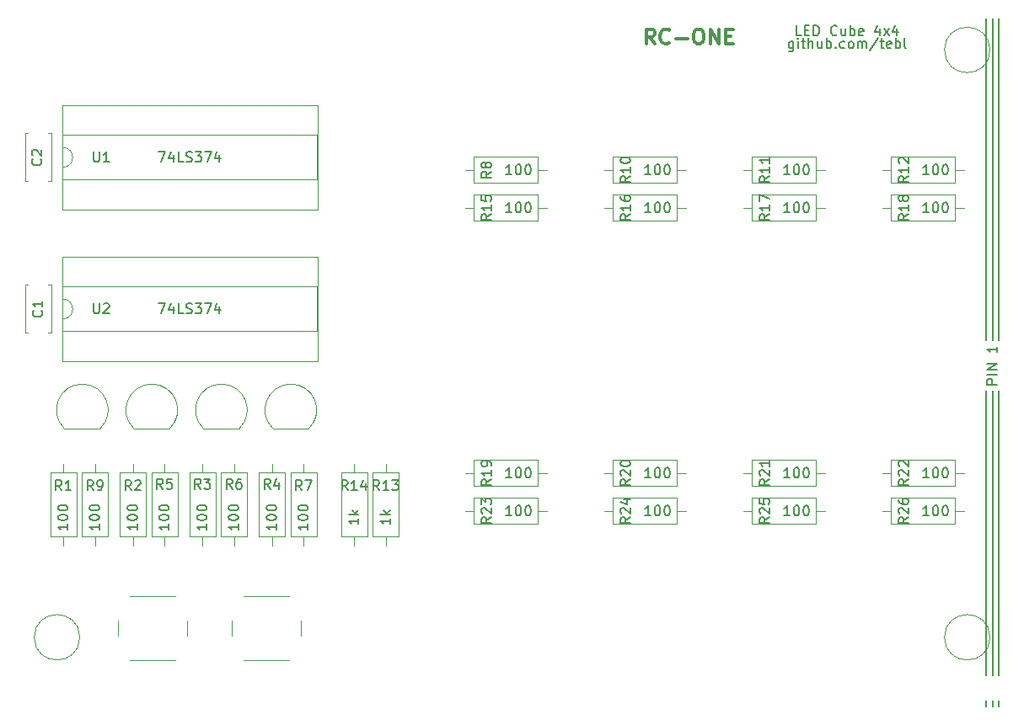
<source format=gto>
G04 #@! TF.FileFunction,Legend,Top*
%FSLAX46Y46*%
G04 Gerber Fmt 4.6, Leading zero omitted, Abs format (unit mm)*
G04 Created by KiCad (PCBNEW 4.0.7) date 12/23/19 17:32:06*
%MOMM*%
%LPD*%
G01*
G04 APERTURE LIST*
%ADD10C,0.100000*%
%ADD11C,0.200000*%
%ADD12C,0.150000*%
%ADD13C,0.300000*%
%ADD14C,0.120000*%
G04 APERTURE END LIST*
D10*
D11*
X198755000Y-110490000D02*
X198755000Y-80010000D01*
X198120000Y-80010000D02*
X198120000Y-110490000D01*
X197485000Y-110490000D02*
X197485000Y-80010000D01*
X198755000Y-146685000D02*
X198755000Y-147320000D01*
X198120000Y-146685000D02*
X198120000Y-147320000D01*
X197485000Y-146685000D02*
X197485000Y-147320000D01*
X198755000Y-115570000D02*
X198755000Y-144145000D01*
X198120000Y-144145000D02*
X198120000Y-115570000D01*
X197485000Y-115570000D02*
X197485000Y-144145000D01*
X198755000Y-80010000D02*
X198755000Y-78105000D01*
X198120000Y-80010000D02*
X198120000Y-78105000D01*
X197485000Y-80010000D02*
X197485000Y-78105000D01*
D12*
X178110238Y-80430714D02*
X178110238Y-81240238D01*
X178062619Y-81335476D01*
X178015000Y-81383095D01*
X177919761Y-81430714D01*
X177776904Y-81430714D01*
X177681666Y-81383095D01*
X178110238Y-81049762D02*
X178015000Y-81097381D01*
X177824523Y-81097381D01*
X177729285Y-81049762D01*
X177681666Y-81002143D01*
X177634047Y-80906905D01*
X177634047Y-80621190D01*
X177681666Y-80525952D01*
X177729285Y-80478333D01*
X177824523Y-80430714D01*
X178015000Y-80430714D01*
X178110238Y-80478333D01*
X178586428Y-81097381D02*
X178586428Y-80430714D01*
X178586428Y-80097381D02*
X178538809Y-80145000D01*
X178586428Y-80192619D01*
X178634047Y-80145000D01*
X178586428Y-80097381D01*
X178586428Y-80192619D01*
X178919761Y-80430714D02*
X179300713Y-80430714D01*
X179062618Y-80097381D02*
X179062618Y-80954524D01*
X179110237Y-81049762D01*
X179205475Y-81097381D01*
X179300713Y-81097381D01*
X179634047Y-81097381D02*
X179634047Y-80097381D01*
X180062619Y-81097381D02*
X180062619Y-80573571D01*
X180015000Y-80478333D01*
X179919762Y-80430714D01*
X179776904Y-80430714D01*
X179681666Y-80478333D01*
X179634047Y-80525952D01*
X180967381Y-80430714D02*
X180967381Y-81097381D01*
X180538809Y-80430714D02*
X180538809Y-80954524D01*
X180586428Y-81049762D01*
X180681666Y-81097381D01*
X180824524Y-81097381D01*
X180919762Y-81049762D01*
X180967381Y-81002143D01*
X181443571Y-81097381D02*
X181443571Y-80097381D01*
X181443571Y-80478333D02*
X181538809Y-80430714D01*
X181729286Y-80430714D01*
X181824524Y-80478333D01*
X181872143Y-80525952D01*
X181919762Y-80621190D01*
X181919762Y-80906905D01*
X181872143Y-81002143D01*
X181824524Y-81049762D01*
X181729286Y-81097381D01*
X181538809Y-81097381D01*
X181443571Y-81049762D01*
X182348333Y-81002143D02*
X182395952Y-81049762D01*
X182348333Y-81097381D01*
X182300714Y-81049762D01*
X182348333Y-81002143D01*
X182348333Y-81097381D01*
X183253095Y-81049762D02*
X183157857Y-81097381D01*
X182967380Y-81097381D01*
X182872142Y-81049762D01*
X182824523Y-81002143D01*
X182776904Y-80906905D01*
X182776904Y-80621190D01*
X182824523Y-80525952D01*
X182872142Y-80478333D01*
X182967380Y-80430714D01*
X183157857Y-80430714D01*
X183253095Y-80478333D01*
X183824523Y-81097381D02*
X183729285Y-81049762D01*
X183681666Y-81002143D01*
X183634047Y-80906905D01*
X183634047Y-80621190D01*
X183681666Y-80525952D01*
X183729285Y-80478333D01*
X183824523Y-80430714D01*
X183967381Y-80430714D01*
X184062619Y-80478333D01*
X184110238Y-80525952D01*
X184157857Y-80621190D01*
X184157857Y-80906905D01*
X184110238Y-81002143D01*
X184062619Y-81049762D01*
X183967381Y-81097381D01*
X183824523Y-81097381D01*
X184586428Y-81097381D02*
X184586428Y-80430714D01*
X184586428Y-80525952D02*
X184634047Y-80478333D01*
X184729285Y-80430714D01*
X184872143Y-80430714D01*
X184967381Y-80478333D01*
X185015000Y-80573571D01*
X185015000Y-81097381D01*
X185015000Y-80573571D02*
X185062619Y-80478333D01*
X185157857Y-80430714D01*
X185300714Y-80430714D01*
X185395952Y-80478333D01*
X185443571Y-80573571D01*
X185443571Y-81097381D01*
X186634047Y-80049762D02*
X185776904Y-81335476D01*
X186824523Y-80430714D02*
X187205475Y-80430714D01*
X186967380Y-80097381D02*
X186967380Y-80954524D01*
X187014999Y-81049762D01*
X187110237Y-81097381D01*
X187205475Y-81097381D01*
X187919762Y-81049762D02*
X187824524Y-81097381D01*
X187634047Y-81097381D01*
X187538809Y-81049762D01*
X187491190Y-80954524D01*
X187491190Y-80573571D01*
X187538809Y-80478333D01*
X187634047Y-80430714D01*
X187824524Y-80430714D01*
X187919762Y-80478333D01*
X187967381Y-80573571D01*
X187967381Y-80668810D01*
X187491190Y-80764048D01*
X188395952Y-81097381D02*
X188395952Y-80097381D01*
X188395952Y-80478333D02*
X188491190Y-80430714D01*
X188681667Y-80430714D01*
X188776905Y-80478333D01*
X188824524Y-80525952D01*
X188872143Y-80621190D01*
X188872143Y-80906905D01*
X188824524Y-81002143D01*
X188776905Y-81049762D01*
X188681667Y-81097381D01*
X188491190Y-81097381D01*
X188395952Y-81049762D01*
X189443571Y-81097381D02*
X189348333Y-81049762D01*
X189300714Y-80954524D01*
X189300714Y-80097381D01*
X178919762Y-79827381D02*
X178443571Y-79827381D01*
X178443571Y-78827381D01*
X179253095Y-79303571D02*
X179586429Y-79303571D01*
X179729286Y-79827381D02*
X179253095Y-79827381D01*
X179253095Y-78827381D01*
X179729286Y-78827381D01*
X180157857Y-79827381D02*
X180157857Y-78827381D01*
X180395952Y-78827381D01*
X180538810Y-78875000D01*
X180634048Y-78970238D01*
X180681667Y-79065476D01*
X180729286Y-79255952D01*
X180729286Y-79398810D01*
X180681667Y-79589286D01*
X180634048Y-79684524D01*
X180538810Y-79779762D01*
X180395952Y-79827381D01*
X180157857Y-79827381D01*
X182491191Y-79732143D02*
X182443572Y-79779762D01*
X182300715Y-79827381D01*
X182205477Y-79827381D01*
X182062619Y-79779762D01*
X181967381Y-79684524D01*
X181919762Y-79589286D01*
X181872143Y-79398810D01*
X181872143Y-79255952D01*
X181919762Y-79065476D01*
X181967381Y-78970238D01*
X182062619Y-78875000D01*
X182205477Y-78827381D01*
X182300715Y-78827381D01*
X182443572Y-78875000D01*
X182491191Y-78922619D01*
X183348334Y-79160714D02*
X183348334Y-79827381D01*
X182919762Y-79160714D02*
X182919762Y-79684524D01*
X182967381Y-79779762D01*
X183062619Y-79827381D01*
X183205477Y-79827381D01*
X183300715Y-79779762D01*
X183348334Y-79732143D01*
X183824524Y-79827381D02*
X183824524Y-78827381D01*
X183824524Y-79208333D02*
X183919762Y-79160714D01*
X184110239Y-79160714D01*
X184205477Y-79208333D01*
X184253096Y-79255952D01*
X184300715Y-79351190D01*
X184300715Y-79636905D01*
X184253096Y-79732143D01*
X184205477Y-79779762D01*
X184110239Y-79827381D01*
X183919762Y-79827381D01*
X183824524Y-79779762D01*
X185110239Y-79779762D02*
X185015001Y-79827381D01*
X184824524Y-79827381D01*
X184729286Y-79779762D01*
X184681667Y-79684524D01*
X184681667Y-79303571D01*
X184729286Y-79208333D01*
X184824524Y-79160714D01*
X185015001Y-79160714D01*
X185110239Y-79208333D01*
X185157858Y-79303571D01*
X185157858Y-79398810D01*
X184681667Y-79494048D01*
X186776906Y-79160714D02*
X186776906Y-79827381D01*
X186538810Y-78779762D02*
X186300715Y-79494048D01*
X186919763Y-79494048D01*
X187205477Y-79827381D02*
X187729287Y-79160714D01*
X187205477Y-79160714D02*
X187729287Y-79827381D01*
X188538811Y-79160714D02*
X188538811Y-79827381D01*
X188300715Y-78779762D02*
X188062620Y-79494048D01*
X188681668Y-79494048D01*
D13*
X164175714Y-80688571D02*
X163675714Y-79974286D01*
X163318571Y-80688571D02*
X163318571Y-79188571D01*
X163889999Y-79188571D01*
X164032857Y-79260000D01*
X164104285Y-79331429D01*
X164175714Y-79474286D01*
X164175714Y-79688571D01*
X164104285Y-79831429D01*
X164032857Y-79902857D01*
X163889999Y-79974286D01*
X163318571Y-79974286D01*
X165675714Y-80545714D02*
X165604285Y-80617143D01*
X165389999Y-80688571D01*
X165247142Y-80688571D01*
X165032857Y-80617143D01*
X164889999Y-80474286D01*
X164818571Y-80331429D01*
X164747142Y-80045714D01*
X164747142Y-79831429D01*
X164818571Y-79545714D01*
X164889999Y-79402857D01*
X165032857Y-79260000D01*
X165247142Y-79188571D01*
X165389999Y-79188571D01*
X165604285Y-79260000D01*
X165675714Y-79331429D01*
X166318571Y-80117143D02*
X167461428Y-80117143D01*
X168461428Y-79188571D02*
X168747142Y-79188571D01*
X168890000Y-79260000D01*
X169032857Y-79402857D01*
X169104285Y-79688571D01*
X169104285Y-80188571D01*
X169032857Y-80474286D01*
X168890000Y-80617143D01*
X168747142Y-80688571D01*
X168461428Y-80688571D01*
X168318571Y-80617143D01*
X168175714Y-80474286D01*
X168104285Y-80188571D01*
X168104285Y-79688571D01*
X168175714Y-79402857D01*
X168318571Y-79260000D01*
X168461428Y-79188571D01*
X169747143Y-80688571D02*
X169747143Y-79188571D01*
X170604286Y-80688571D01*
X170604286Y-79188571D01*
X171318572Y-79902857D02*
X171818572Y-79902857D01*
X172032858Y-80688571D02*
X171318572Y-80688571D01*
X171318572Y-79188571D01*
X172032858Y-79188571D01*
D12*
X198572381Y-114910952D02*
X197572381Y-114910952D01*
X197572381Y-114529999D01*
X197620000Y-114434761D01*
X197667619Y-114387142D01*
X197762857Y-114339523D01*
X197905714Y-114339523D01*
X198000952Y-114387142D01*
X198048571Y-114434761D01*
X198096190Y-114529999D01*
X198096190Y-114910952D01*
X198572381Y-113910952D02*
X197572381Y-113910952D01*
X198572381Y-113434762D02*
X197572381Y-113434762D01*
X198572381Y-112863333D01*
X197572381Y-112863333D01*
X198572381Y-111101428D02*
X198572381Y-111672857D01*
X198572381Y-111387143D02*
X197572381Y-111387143D01*
X197715238Y-111482381D01*
X197810476Y-111577619D01*
X197858095Y-111672857D01*
D14*
X130215000Y-123790000D02*
X127595000Y-123790000D01*
X127595000Y-123790000D02*
X127595000Y-130210000D01*
X127595000Y-130210000D02*
X130215000Y-130210000D01*
X130215000Y-130210000D02*
X130215000Y-123790000D01*
X128905000Y-122900000D02*
X128905000Y-123790000D01*
X128905000Y-131100000D02*
X128905000Y-130210000D01*
X103545000Y-104865000D02*
X103545000Y-109685000D01*
X100925000Y-104865000D02*
X100925000Y-109685000D01*
X103545000Y-104865000D02*
X103231000Y-104865000D01*
X101239000Y-104865000D02*
X100925000Y-104865000D01*
X103545000Y-109685000D02*
X103231000Y-109685000D01*
X101239000Y-109685000D02*
X100925000Y-109685000D01*
X103545000Y-89625000D02*
X103545000Y-94445000D01*
X100925000Y-89625000D02*
X100925000Y-94445000D01*
X103545000Y-89625000D02*
X103231000Y-89625000D01*
X101239000Y-89625000D02*
X100925000Y-89625000D01*
X103545000Y-94445000D02*
X103231000Y-94445000D01*
X101239000Y-94445000D02*
X100925000Y-94445000D01*
X104880000Y-119325000D02*
X108480000Y-119325000D01*
X104841522Y-119313478D02*
G75*
G02X106680000Y-114875000I1838478J1838478D01*
G01*
X108518478Y-119313478D02*
G75*
G03X106680000Y-114875000I-1838478J1838478D01*
G01*
X111865000Y-119325000D02*
X115465000Y-119325000D01*
X111826522Y-119313478D02*
G75*
G02X113665000Y-114875000I1838478J1838478D01*
G01*
X115503478Y-119313478D02*
G75*
G03X113665000Y-114875000I-1838478J1838478D01*
G01*
X118850000Y-119325000D02*
X122450000Y-119325000D01*
X118811522Y-119313478D02*
G75*
G02X120650000Y-114875000I1838478J1838478D01*
G01*
X122488478Y-119313478D02*
G75*
G03X120650000Y-114875000I-1838478J1838478D01*
G01*
X125835000Y-119325000D02*
X129435000Y-119325000D01*
X125796522Y-119313478D02*
G75*
G02X127635000Y-114875000I1838478J1838478D01*
G01*
X129473478Y-119313478D02*
G75*
G03X127635000Y-114875000I-1838478J1838478D01*
G01*
X106085000Y-123790000D02*
X103465000Y-123790000D01*
X103465000Y-123790000D02*
X103465000Y-130210000D01*
X103465000Y-130210000D02*
X106085000Y-130210000D01*
X106085000Y-130210000D02*
X106085000Y-123790000D01*
X104775000Y-122900000D02*
X104775000Y-123790000D01*
X104775000Y-131100000D02*
X104775000Y-130210000D01*
X113070000Y-123790000D02*
X110450000Y-123790000D01*
X110450000Y-123790000D02*
X110450000Y-130210000D01*
X110450000Y-130210000D02*
X113070000Y-130210000D01*
X113070000Y-130210000D02*
X113070000Y-123790000D01*
X111760000Y-122900000D02*
X111760000Y-123790000D01*
X111760000Y-131100000D02*
X111760000Y-130210000D01*
X120055000Y-123790000D02*
X117435000Y-123790000D01*
X117435000Y-123790000D02*
X117435000Y-130210000D01*
X117435000Y-130210000D02*
X120055000Y-130210000D01*
X120055000Y-130210000D02*
X120055000Y-123790000D01*
X118745000Y-122900000D02*
X118745000Y-123790000D01*
X118745000Y-131100000D02*
X118745000Y-130210000D01*
X127040000Y-123790000D02*
X124420000Y-123790000D01*
X124420000Y-123790000D02*
X124420000Y-130210000D01*
X124420000Y-130210000D02*
X127040000Y-130210000D01*
X127040000Y-130210000D02*
X127040000Y-123790000D01*
X125730000Y-122900000D02*
X125730000Y-123790000D01*
X125730000Y-131100000D02*
X125730000Y-130210000D01*
X116245000Y-123790000D02*
X113625000Y-123790000D01*
X113625000Y-123790000D02*
X113625000Y-130210000D01*
X113625000Y-130210000D02*
X116245000Y-130210000D01*
X116245000Y-130210000D02*
X116245000Y-123790000D01*
X114935000Y-122900000D02*
X114935000Y-123790000D01*
X114935000Y-131100000D02*
X114935000Y-130210000D01*
X123230000Y-123790000D02*
X120610000Y-123790000D01*
X120610000Y-123790000D02*
X120610000Y-130210000D01*
X120610000Y-130210000D02*
X123230000Y-130210000D01*
X123230000Y-130210000D02*
X123230000Y-123790000D01*
X121920000Y-122900000D02*
X121920000Y-123790000D01*
X121920000Y-131100000D02*
X121920000Y-130210000D01*
X146015000Y-92035000D02*
X146015000Y-94655000D01*
X146015000Y-94655000D02*
X152435000Y-94655000D01*
X152435000Y-94655000D02*
X152435000Y-92035000D01*
X152435000Y-92035000D02*
X146015000Y-92035000D01*
X145125000Y-93345000D02*
X146015000Y-93345000D01*
X153325000Y-93345000D02*
X152435000Y-93345000D01*
X109260000Y-123790000D02*
X106640000Y-123790000D01*
X106640000Y-123790000D02*
X106640000Y-130210000D01*
X106640000Y-130210000D02*
X109260000Y-130210000D01*
X109260000Y-130210000D02*
X109260000Y-123790000D01*
X107950000Y-122900000D02*
X107950000Y-123790000D01*
X107950000Y-131100000D02*
X107950000Y-130210000D01*
X159985000Y-92035000D02*
X159985000Y-94655000D01*
X159985000Y-94655000D02*
X166405000Y-94655000D01*
X166405000Y-94655000D02*
X166405000Y-92035000D01*
X166405000Y-92035000D02*
X159985000Y-92035000D01*
X159095000Y-93345000D02*
X159985000Y-93345000D01*
X167295000Y-93345000D02*
X166405000Y-93345000D01*
X173955000Y-92035000D02*
X173955000Y-94655000D01*
X173955000Y-94655000D02*
X180375000Y-94655000D01*
X180375000Y-94655000D02*
X180375000Y-92035000D01*
X180375000Y-92035000D02*
X173955000Y-92035000D01*
X173065000Y-93345000D02*
X173955000Y-93345000D01*
X181265000Y-93345000D02*
X180375000Y-93345000D01*
X187925000Y-92035000D02*
X187925000Y-94655000D01*
X187925000Y-94655000D02*
X194345000Y-94655000D01*
X194345000Y-94655000D02*
X194345000Y-92035000D01*
X194345000Y-92035000D02*
X187925000Y-92035000D01*
X187035000Y-93345000D02*
X187925000Y-93345000D01*
X195235000Y-93345000D02*
X194345000Y-93345000D01*
X135850000Y-130210000D02*
X138470000Y-130210000D01*
X138470000Y-130210000D02*
X138470000Y-123790000D01*
X138470000Y-123790000D02*
X135850000Y-123790000D01*
X135850000Y-123790000D02*
X135850000Y-130210000D01*
X137160000Y-131100000D02*
X137160000Y-130210000D01*
X137160000Y-122900000D02*
X137160000Y-123790000D01*
X132675000Y-130210000D02*
X135295000Y-130210000D01*
X135295000Y-130210000D02*
X135295000Y-123790000D01*
X135295000Y-123790000D02*
X132675000Y-123790000D01*
X132675000Y-123790000D02*
X132675000Y-130210000D01*
X133985000Y-131100000D02*
X133985000Y-130210000D01*
X133985000Y-122900000D02*
X133985000Y-123790000D01*
X146015000Y-95845000D02*
X146015000Y-98465000D01*
X146015000Y-98465000D02*
X152435000Y-98465000D01*
X152435000Y-98465000D02*
X152435000Y-95845000D01*
X152435000Y-95845000D02*
X146015000Y-95845000D01*
X145125000Y-97155000D02*
X146015000Y-97155000D01*
X153325000Y-97155000D02*
X152435000Y-97155000D01*
X159985000Y-95845000D02*
X159985000Y-98465000D01*
X159985000Y-98465000D02*
X166405000Y-98465000D01*
X166405000Y-98465000D02*
X166405000Y-95845000D01*
X166405000Y-95845000D02*
X159985000Y-95845000D01*
X159095000Y-97155000D02*
X159985000Y-97155000D01*
X167295000Y-97155000D02*
X166405000Y-97155000D01*
X173955000Y-95845000D02*
X173955000Y-98465000D01*
X173955000Y-98465000D02*
X180375000Y-98465000D01*
X180375000Y-98465000D02*
X180375000Y-95845000D01*
X180375000Y-95845000D02*
X173955000Y-95845000D01*
X173065000Y-97155000D02*
X173955000Y-97155000D01*
X181265000Y-97155000D02*
X180375000Y-97155000D01*
X187925000Y-95845000D02*
X187925000Y-98465000D01*
X187925000Y-98465000D02*
X194345000Y-98465000D01*
X194345000Y-98465000D02*
X194345000Y-95845000D01*
X194345000Y-95845000D02*
X187925000Y-95845000D01*
X187035000Y-97155000D02*
X187925000Y-97155000D01*
X195235000Y-97155000D02*
X194345000Y-97155000D01*
X146015000Y-122515000D02*
X146015000Y-125135000D01*
X146015000Y-125135000D02*
X152435000Y-125135000D01*
X152435000Y-125135000D02*
X152435000Y-122515000D01*
X152435000Y-122515000D02*
X146015000Y-122515000D01*
X145125000Y-123825000D02*
X146015000Y-123825000D01*
X153325000Y-123825000D02*
X152435000Y-123825000D01*
X159985000Y-122515000D02*
X159985000Y-125135000D01*
X159985000Y-125135000D02*
X166405000Y-125135000D01*
X166405000Y-125135000D02*
X166405000Y-122515000D01*
X166405000Y-122515000D02*
X159985000Y-122515000D01*
X159095000Y-123825000D02*
X159985000Y-123825000D01*
X167295000Y-123825000D02*
X166405000Y-123825000D01*
X173955000Y-122515000D02*
X173955000Y-125135000D01*
X173955000Y-125135000D02*
X180375000Y-125135000D01*
X180375000Y-125135000D02*
X180375000Y-122515000D01*
X180375000Y-122515000D02*
X173955000Y-122515000D01*
X173065000Y-123825000D02*
X173955000Y-123825000D01*
X181265000Y-123825000D02*
X180375000Y-123825000D01*
X187925000Y-122515000D02*
X187925000Y-125135000D01*
X187925000Y-125135000D02*
X194345000Y-125135000D01*
X194345000Y-125135000D02*
X194345000Y-122515000D01*
X194345000Y-122515000D02*
X187925000Y-122515000D01*
X187035000Y-123825000D02*
X187925000Y-123825000D01*
X195235000Y-123825000D02*
X194345000Y-123825000D01*
X146015000Y-126325000D02*
X146015000Y-128945000D01*
X146015000Y-128945000D02*
X152435000Y-128945000D01*
X152435000Y-128945000D02*
X152435000Y-126325000D01*
X152435000Y-126325000D02*
X146015000Y-126325000D01*
X145125000Y-127635000D02*
X146015000Y-127635000D01*
X153325000Y-127635000D02*
X152435000Y-127635000D01*
X159985000Y-126325000D02*
X159985000Y-128945000D01*
X159985000Y-128945000D02*
X166405000Y-128945000D01*
X166405000Y-128945000D02*
X166405000Y-126325000D01*
X166405000Y-126325000D02*
X159985000Y-126325000D01*
X159095000Y-127635000D02*
X159985000Y-127635000D01*
X167295000Y-127635000D02*
X166405000Y-127635000D01*
X173955000Y-126325000D02*
X173955000Y-128945000D01*
X173955000Y-128945000D02*
X180375000Y-128945000D01*
X180375000Y-128945000D02*
X180375000Y-126325000D01*
X180375000Y-126325000D02*
X173955000Y-126325000D01*
X173065000Y-127635000D02*
X173955000Y-127635000D01*
X181265000Y-127635000D02*
X180375000Y-127635000D01*
X187925000Y-126325000D02*
X187925000Y-128945000D01*
X187925000Y-128945000D02*
X194345000Y-128945000D01*
X194345000Y-128945000D02*
X194345000Y-126325000D01*
X194345000Y-126325000D02*
X187925000Y-126325000D01*
X187035000Y-127635000D02*
X187925000Y-127635000D01*
X195235000Y-127635000D02*
X194345000Y-127635000D01*
X111490000Y-142660000D02*
X115990000Y-142660000D01*
X110240000Y-138660000D02*
X110240000Y-140160000D01*
X115990000Y-136160000D02*
X111490000Y-136160000D01*
X117240000Y-140160000D02*
X117240000Y-138660000D01*
X122920000Y-142660000D02*
X127420000Y-142660000D01*
X121670000Y-138660000D02*
X121670000Y-140160000D01*
X127420000Y-136160000D02*
X122920000Y-136160000D01*
X128670000Y-140160000D02*
X128670000Y-138660000D01*
X104715000Y-91075000D02*
G75*
G02X104715000Y-93075000I0J-1000000D01*
G01*
X104715000Y-93075000D02*
X104715000Y-94325000D01*
X104715000Y-94325000D02*
X130235000Y-94325000D01*
X130235000Y-94325000D02*
X130235000Y-89825000D01*
X130235000Y-89825000D02*
X104715000Y-89825000D01*
X104715000Y-89825000D02*
X104715000Y-91075000D01*
X104655000Y-97325000D02*
X130295000Y-97325000D01*
X130295000Y-97325000D02*
X130295000Y-86825000D01*
X130295000Y-86825000D02*
X104655000Y-86825000D01*
X104655000Y-86825000D02*
X104655000Y-97325000D01*
X104715000Y-106315000D02*
G75*
G02X104715000Y-108315000I0J-1000000D01*
G01*
X104715000Y-108315000D02*
X104715000Y-109565000D01*
X104715000Y-109565000D02*
X130235000Y-109565000D01*
X130235000Y-109565000D02*
X130235000Y-105065000D01*
X130235000Y-105065000D02*
X104715000Y-105065000D01*
X104715000Y-105065000D02*
X104715000Y-106315000D01*
X104655000Y-112565000D02*
X130295000Y-112565000D01*
X130295000Y-112565000D02*
X130295000Y-102065000D01*
X130295000Y-102065000D02*
X104655000Y-102065000D01*
X104655000Y-102065000D02*
X104655000Y-112565000D01*
X106426000Y-140335000D02*
G75*
G03X106426000Y-140335000I-2286000J0D01*
G01*
X197866000Y-140335000D02*
G75*
G03X197866000Y-140335000I-2286000J0D01*
G01*
X197866000Y-81280000D02*
G75*
G03X197866000Y-81280000I-2286000J0D01*
G01*
D12*
X128738334Y-125547381D02*
X128405000Y-125071190D01*
X128166905Y-125547381D02*
X128166905Y-124547381D01*
X128547858Y-124547381D01*
X128643096Y-124595000D01*
X128690715Y-124642619D01*
X128738334Y-124737857D01*
X128738334Y-124880714D01*
X128690715Y-124975952D01*
X128643096Y-125023571D01*
X128547858Y-125071190D01*
X128166905Y-125071190D01*
X129071667Y-124547381D02*
X129738334Y-124547381D01*
X129309762Y-125547381D01*
X129357381Y-128936666D02*
X129357381Y-129508095D01*
X129357381Y-129222381D02*
X128357381Y-129222381D01*
X128500238Y-129317619D01*
X128595476Y-129412857D01*
X128643095Y-129508095D01*
X128357381Y-128317619D02*
X128357381Y-128222380D01*
X128405000Y-128127142D01*
X128452619Y-128079523D01*
X128547857Y-128031904D01*
X128738333Y-127984285D01*
X128976429Y-127984285D01*
X129166905Y-128031904D01*
X129262143Y-128079523D01*
X129309762Y-128127142D01*
X129357381Y-128222380D01*
X129357381Y-128317619D01*
X129309762Y-128412857D01*
X129262143Y-128460476D01*
X129166905Y-128508095D01*
X128976429Y-128555714D01*
X128738333Y-128555714D01*
X128547857Y-128508095D01*
X128452619Y-128460476D01*
X128405000Y-128412857D01*
X128357381Y-128317619D01*
X128357381Y-127365238D02*
X128357381Y-127269999D01*
X128405000Y-127174761D01*
X128452619Y-127127142D01*
X128547857Y-127079523D01*
X128738333Y-127031904D01*
X128976429Y-127031904D01*
X129166905Y-127079523D01*
X129262143Y-127127142D01*
X129309762Y-127174761D01*
X129357381Y-127269999D01*
X129357381Y-127365238D01*
X129309762Y-127460476D01*
X129262143Y-127508095D01*
X129166905Y-127555714D01*
X128976429Y-127603333D01*
X128738333Y-127603333D01*
X128547857Y-127555714D01*
X128452619Y-127508095D01*
X128405000Y-127460476D01*
X128357381Y-127365238D01*
X102592143Y-107481666D02*
X102639762Y-107529285D01*
X102687381Y-107672142D01*
X102687381Y-107767380D01*
X102639762Y-107910238D01*
X102544524Y-108005476D01*
X102449286Y-108053095D01*
X102258810Y-108100714D01*
X102115952Y-108100714D01*
X101925476Y-108053095D01*
X101830238Y-108005476D01*
X101735000Y-107910238D01*
X101687381Y-107767380D01*
X101687381Y-107672142D01*
X101735000Y-107529285D01*
X101782619Y-107481666D01*
X102687381Y-106529285D02*
X102687381Y-107100714D01*
X102687381Y-106815000D02*
X101687381Y-106815000D01*
X101830238Y-106910238D01*
X101925476Y-107005476D01*
X101973095Y-107100714D01*
X102507144Y-92241666D02*
X102554763Y-92289285D01*
X102602382Y-92432142D01*
X102602382Y-92527380D01*
X102554763Y-92670238D01*
X102459525Y-92765476D01*
X102364287Y-92813095D01*
X102173811Y-92860714D01*
X102030953Y-92860714D01*
X101840477Y-92813095D01*
X101745239Y-92765476D01*
X101650001Y-92670238D01*
X101602382Y-92527380D01*
X101602382Y-92432142D01*
X101650001Y-92289285D01*
X101697620Y-92241666D01*
X101697620Y-91860714D02*
X101650001Y-91813095D01*
X101602382Y-91717857D01*
X101602382Y-91479761D01*
X101650001Y-91384523D01*
X101697620Y-91336904D01*
X101792858Y-91289285D01*
X101888096Y-91289285D01*
X102030953Y-91336904D01*
X102602382Y-91908333D01*
X102602382Y-91289285D01*
X104608334Y-125547381D02*
X104275000Y-125071190D01*
X104036905Y-125547381D02*
X104036905Y-124547381D01*
X104417858Y-124547381D01*
X104513096Y-124595000D01*
X104560715Y-124642619D01*
X104608334Y-124737857D01*
X104608334Y-124880714D01*
X104560715Y-124975952D01*
X104513096Y-125023571D01*
X104417858Y-125071190D01*
X104036905Y-125071190D01*
X105560715Y-125547381D02*
X104989286Y-125547381D01*
X105275000Y-125547381D02*
X105275000Y-124547381D01*
X105179762Y-124690238D01*
X105084524Y-124785476D01*
X104989286Y-124833095D01*
X105227381Y-128936666D02*
X105227381Y-129508095D01*
X105227381Y-129222381D02*
X104227381Y-129222381D01*
X104370238Y-129317619D01*
X104465476Y-129412857D01*
X104513095Y-129508095D01*
X104227381Y-128317619D02*
X104227381Y-128222380D01*
X104275000Y-128127142D01*
X104322619Y-128079523D01*
X104417857Y-128031904D01*
X104608333Y-127984285D01*
X104846429Y-127984285D01*
X105036905Y-128031904D01*
X105132143Y-128079523D01*
X105179762Y-128127142D01*
X105227381Y-128222380D01*
X105227381Y-128317619D01*
X105179762Y-128412857D01*
X105132143Y-128460476D01*
X105036905Y-128508095D01*
X104846429Y-128555714D01*
X104608333Y-128555714D01*
X104417857Y-128508095D01*
X104322619Y-128460476D01*
X104275000Y-128412857D01*
X104227381Y-128317619D01*
X104227381Y-127365238D02*
X104227381Y-127269999D01*
X104275000Y-127174761D01*
X104322619Y-127127142D01*
X104417857Y-127079523D01*
X104608333Y-127031904D01*
X104846429Y-127031904D01*
X105036905Y-127079523D01*
X105132143Y-127127142D01*
X105179762Y-127174761D01*
X105227381Y-127269999D01*
X105227381Y-127365238D01*
X105179762Y-127460476D01*
X105132143Y-127508095D01*
X105036905Y-127555714D01*
X104846429Y-127603333D01*
X104608333Y-127603333D01*
X104417857Y-127555714D01*
X104322619Y-127508095D01*
X104275000Y-127460476D01*
X104227381Y-127365238D01*
X111593334Y-125547381D02*
X111260000Y-125071190D01*
X111021905Y-125547381D02*
X111021905Y-124547381D01*
X111402858Y-124547381D01*
X111498096Y-124595000D01*
X111545715Y-124642619D01*
X111593334Y-124737857D01*
X111593334Y-124880714D01*
X111545715Y-124975952D01*
X111498096Y-125023571D01*
X111402858Y-125071190D01*
X111021905Y-125071190D01*
X111974286Y-124642619D02*
X112021905Y-124595000D01*
X112117143Y-124547381D01*
X112355239Y-124547381D01*
X112450477Y-124595000D01*
X112498096Y-124642619D01*
X112545715Y-124737857D01*
X112545715Y-124833095D01*
X112498096Y-124975952D01*
X111926667Y-125547381D01*
X112545715Y-125547381D01*
X112212381Y-128936666D02*
X112212381Y-129508095D01*
X112212381Y-129222381D02*
X111212381Y-129222381D01*
X111355238Y-129317619D01*
X111450476Y-129412857D01*
X111498095Y-129508095D01*
X111212381Y-128317619D02*
X111212381Y-128222380D01*
X111260000Y-128127142D01*
X111307619Y-128079523D01*
X111402857Y-128031904D01*
X111593333Y-127984285D01*
X111831429Y-127984285D01*
X112021905Y-128031904D01*
X112117143Y-128079523D01*
X112164762Y-128127142D01*
X112212381Y-128222380D01*
X112212381Y-128317619D01*
X112164762Y-128412857D01*
X112117143Y-128460476D01*
X112021905Y-128508095D01*
X111831429Y-128555714D01*
X111593333Y-128555714D01*
X111402857Y-128508095D01*
X111307619Y-128460476D01*
X111260000Y-128412857D01*
X111212381Y-128317619D01*
X111212381Y-127365238D02*
X111212381Y-127269999D01*
X111260000Y-127174761D01*
X111307619Y-127127142D01*
X111402857Y-127079523D01*
X111593333Y-127031904D01*
X111831429Y-127031904D01*
X112021905Y-127079523D01*
X112117143Y-127127142D01*
X112164762Y-127174761D01*
X112212381Y-127269999D01*
X112212381Y-127365238D01*
X112164762Y-127460476D01*
X112117143Y-127508095D01*
X112021905Y-127555714D01*
X111831429Y-127603333D01*
X111593333Y-127603333D01*
X111402857Y-127555714D01*
X111307619Y-127508095D01*
X111260000Y-127460476D01*
X111212381Y-127365238D01*
X118578334Y-125420381D02*
X118245000Y-124944190D01*
X118006905Y-125420381D02*
X118006905Y-124420381D01*
X118387858Y-124420381D01*
X118483096Y-124468000D01*
X118530715Y-124515619D01*
X118578334Y-124610857D01*
X118578334Y-124753714D01*
X118530715Y-124848952D01*
X118483096Y-124896571D01*
X118387858Y-124944190D01*
X118006905Y-124944190D01*
X118911667Y-124420381D02*
X119530715Y-124420381D01*
X119197381Y-124801333D01*
X119340239Y-124801333D01*
X119435477Y-124848952D01*
X119483096Y-124896571D01*
X119530715Y-124991810D01*
X119530715Y-125229905D01*
X119483096Y-125325143D01*
X119435477Y-125372762D01*
X119340239Y-125420381D01*
X119054524Y-125420381D01*
X118959286Y-125372762D01*
X118911667Y-125325143D01*
X119197381Y-128936666D02*
X119197381Y-129508095D01*
X119197381Y-129222381D02*
X118197381Y-129222381D01*
X118340238Y-129317619D01*
X118435476Y-129412857D01*
X118483095Y-129508095D01*
X118197381Y-128317619D02*
X118197381Y-128222380D01*
X118245000Y-128127142D01*
X118292619Y-128079523D01*
X118387857Y-128031904D01*
X118578333Y-127984285D01*
X118816429Y-127984285D01*
X119006905Y-128031904D01*
X119102143Y-128079523D01*
X119149762Y-128127142D01*
X119197381Y-128222380D01*
X119197381Y-128317619D01*
X119149762Y-128412857D01*
X119102143Y-128460476D01*
X119006905Y-128508095D01*
X118816429Y-128555714D01*
X118578333Y-128555714D01*
X118387857Y-128508095D01*
X118292619Y-128460476D01*
X118245000Y-128412857D01*
X118197381Y-128317619D01*
X118197381Y-127365238D02*
X118197381Y-127269999D01*
X118245000Y-127174761D01*
X118292619Y-127127142D01*
X118387857Y-127079523D01*
X118578333Y-127031904D01*
X118816429Y-127031904D01*
X119006905Y-127079523D01*
X119102143Y-127127142D01*
X119149762Y-127174761D01*
X119197381Y-127269999D01*
X119197381Y-127365238D01*
X119149762Y-127460476D01*
X119102143Y-127508095D01*
X119006905Y-127555714D01*
X118816429Y-127603333D01*
X118578333Y-127603333D01*
X118387857Y-127555714D01*
X118292619Y-127508095D01*
X118245000Y-127460476D01*
X118197381Y-127365238D01*
X125563334Y-125420381D02*
X125230000Y-124944190D01*
X124991905Y-125420381D02*
X124991905Y-124420381D01*
X125372858Y-124420381D01*
X125468096Y-124468000D01*
X125515715Y-124515619D01*
X125563334Y-124610857D01*
X125563334Y-124753714D01*
X125515715Y-124848952D01*
X125468096Y-124896571D01*
X125372858Y-124944190D01*
X124991905Y-124944190D01*
X126420477Y-124753714D02*
X126420477Y-125420381D01*
X126182381Y-124372762D02*
X125944286Y-125087048D01*
X126563334Y-125087048D01*
X126182381Y-128936666D02*
X126182381Y-129508095D01*
X126182381Y-129222381D02*
X125182381Y-129222381D01*
X125325238Y-129317619D01*
X125420476Y-129412857D01*
X125468095Y-129508095D01*
X125182381Y-128317619D02*
X125182381Y-128222380D01*
X125230000Y-128127142D01*
X125277619Y-128079523D01*
X125372857Y-128031904D01*
X125563333Y-127984285D01*
X125801429Y-127984285D01*
X125991905Y-128031904D01*
X126087143Y-128079523D01*
X126134762Y-128127142D01*
X126182381Y-128222380D01*
X126182381Y-128317619D01*
X126134762Y-128412857D01*
X126087143Y-128460476D01*
X125991905Y-128508095D01*
X125801429Y-128555714D01*
X125563333Y-128555714D01*
X125372857Y-128508095D01*
X125277619Y-128460476D01*
X125230000Y-128412857D01*
X125182381Y-128317619D01*
X125182381Y-127365238D02*
X125182381Y-127269999D01*
X125230000Y-127174761D01*
X125277619Y-127127142D01*
X125372857Y-127079523D01*
X125563333Y-127031904D01*
X125801429Y-127031904D01*
X125991905Y-127079523D01*
X126087143Y-127127142D01*
X126134762Y-127174761D01*
X126182381Y-127269999D01*
X126182381Y-127365238D01*
X126134762Y-127460476D01*
X126087143Y-127508095D01*
X125991905Y-127555714D01*
X125801429Y-127603333D01*
X125563333Y-127603333D01*
X125372857Y-127555714D01*
X125277619Y-127508095D01*
X125230000Y-127460476D01*
X125182381Y-127365238D01*
X114768334Y-125420381D02*
X114435000Y-124944190D01*
X114196905Y-125420381D02*
X114196905Y-124420381D01*
X114577858Y-124420381D01*
X114673096Y-124468000D01*
X114720715Y-124515619D01*
X114768334Y-124610857D01*
X114768334Y-124753714D01*
X114720715Y-124848952D01*
X114673096Y-124896571D01*
X114577858Y-124944190D01*
X114196905Y-124944190D01*
X115673096Y-124420381D02*
X115196905Y-124420381D01*
X115149286Y-124896571D01*
X115196905Y-124848952D01*
X115292143Y-124801333D01*
X115530239Y-124801333D01*
X115625477Y-124848952D01*
X115673096Y-124896571D01*
X115720715Y-124991810D01*
X115720715Y-125229905D01*
X115673096Y-125325143D01*
X115625477Y-125372762D01*
X115530239Y-125420381D01*
X115292143Y-125420381D01*
X115196905Y-125372762D01*
X115149286Y-125325143D01*
X115387381Y-128936666D02*
X115387381Y-129508095D01*
X115387381Y-129222381D02*
X114387381Y-129222381D01*
X114530238Y-129317619D01*
X114625476Y-129412857D01*
X114673095Y-129508095D01*
X114387381Y-128317619D02*
X114387381Y-128222380D01*
X114435000Y-128127142D01*
X114482619Y-128079523D01*
X114577857Y-128031904D01*
X114768333Y-127984285D01*
X115006429Y-127984285D01*
X115196905Y-128031904D01*
X115292143Y-128079523D01*
X115339762Y-128127142D01*
X115387381Y-128222380D01*
X115387381Y-128317619D01*
X115339762Y-128412857D01*
X115292143Y-128460476D01*
X115196905Y-128508095D01*
X115006429Y-128555714D01*
X114768333Y-128555714D01*
X114577857Y-128508095D01*
X114482619Y-128460476D01*
X114435000Y-128412857D01*
X114387381Y-128317619D01*
X114387381Y-127365238D02*
X114387381Y-127269999D01*
X114435000Y-127174761D01*
X114482619Y-127127142D01*
X114577857Y-127079523D01*
X114768333Y-127031904D01*
X115006429Y-127031904D01*
X115196905Y-127079523D01*
X115292143Y-127127142D01*
X115339762Y-127174761D01*
X115387381Y-127269999D01*
X115387381Y-127365238D01*
X115339762Y-127460476D01*
X115292143Y-127508095D01*
X115196905Y-127555714D01*
X115006429Y-127603333D01*
X114768333Y-127603333D01*
X114577857Y-127555714D01*
X114482619Y-127508095D01*
X114435000Y-127460476D01*
X114387381Y-127365238D01*
X121753334Y-125420381D02*
X121420000Y-124944190D01*
X121181905Y-125420381D02*
X121181905Y-124420381D01*
X121562858Y-124420381D01*
X121658096Y-124468000D01*
X121705715Y-124515619D01*
X121753334Y-124610857D01*
X121753334Y-124753714D01*
X121705715Y-124848952D01*
X121658096Y-124896571D01*
X121562858Y-124944190D01*
X121181905Y-124944190D01*
X122610477Y-124420381D02*
X122420000Y-124420381D01*
X122324762Y-124468000D01*
X122277143Y-124515619D01*
X122181905Y-124658476D01*
X122134286Y-124848952D01*
X122134286Y-125229905D01*
X122181905Y-125325143D01*
X122229524Y-125372762D01*
X122324762Y-125420381D01*
X122515239Y-125420381D01*
X122610477Y-125372762D01*
X122658096Y-125325143D01*
X122705715Y-125229905D01*
X122705715Y-124991810D01*
X122658096Y-124896571D01*
X122610477Y-124848952D01*
X122515239Y-124801333D01*
X122324762Y-124801333D01*
X122229524Y-124848952D01*
X122181905Y-124896571D01*
X122134286Y-124991810D01*
X122372381Y-128936666D02*
X122372381Y-129508095D01*
X122372381Y-129222381D02*
X121372381Y-129222381D01*
X121515238Y-129317619D01*
X121610476Y-129412857D01*
X121658095Y-129508095D01*
X121372381Y-128317619D02*
X121372381Y-128222380D01*
X121420000Y-128127142D01*
X121467619Y-128079523D01*
X121562857Y-128031904D01*
X121753333Y-127984285D01*
X121991429Y-127984285D01*
X122181905Y-128031904D01*
X122277143Y-128079523D01*
X122324762Y-128127142D01*
X122372381Y-128222380D01*
X122372381Y-128317619D01*
X122324762Y-128412857D01*
X122277143Y-128460476D01*
X122181905Y-128508095D01*
X121991429Y-128555714D01*
X121753333Y-128555714D01*
X121562857Y-128508095D01*
X121467619Y-128460476D01*
X121420000Y-128412857D01*
X121372381Y-128317619D01*
X121372381Y-127365238D02*
X121372381Y-127269999D01*
X121420000Y-127174761D01*
X121467619Y-127127142D01*
X121562857Y-127079523D01*
X121753333Y-127031904D01*
X121991429Y-127031904D01*
X122181905Y-127079523D01*
X122277143Y-127127142D01*
X122324762Y-127174761D01*
X122372381Y-127269999D01*
X122372381Y-127365238D01*
X122324762Y-127460476D01*
X122277143Y-127508095D01*
X122181905Y-127555714D01*
X121991429Y-127603333D01*
X121753333Y-127603333D01*
X121562857Y-127555714D01*
X121467619Y-127508095D01*
X121420000Y-127460476D01*
X121372381Y-127365238D01*
X147772381Y-93511666D02*
X147296190Y-93845000D01*
X147772381Y-94083095D02*
X146772381Y-94083095D01*
X146772381Y-93702142D01*
X146820000Y-93606904D01*
X146867619Y-93559285D01*
X146962857Y-93511666D01*
X147105714Y-93511666D01*
X147200952Y-93559285D01*
X147248571Y-93606904D01*
X147296190Y-93702142D01*
X147296190Y-94083095D01*
X147200952Y-92940238D02*
X147153333Y-93035476D01*
X147105714Y-93083095D01*
X147010476Y-93130714D01*
X146962857Y-93130714D01*
X146867619Y-93083095D01*
X146820000Y-93035476D01*
X146772381Y-92940238D01*
X146772381Y-92749761D01*
X146820000Y-92654523D01*
X146867619Y-92606904D01*
X146962857Y-92559285D01*
X147010476Y-92559285D01*
X147105714Y-92606904D01*
X147153333Y-92654523D01*
X147200952Y-92749761D01*
X147200952Y-92940238D01*
X147248571Y-93035476D01*
X147296190Y-93083095D01*
X147391429Y-93130714D01*
X147581905Y-93130714D01*
X147677143Y-93083095D01*
X147724762Y-93035476D01*
X147772381Y-92940238D01*
X147772381Y-92749761D01*
X147724762Y-92654523D01*
X147677143Y-92606904D01*
X147581905Y-92559285D01*
X147391429Y-92559285D01*
X147296190Y-92606904D01*
X147248571Y-92654523D01*
X147200952Y-92749761D01*
X149828334Y-93797381D02*
X149256905Y-93797381D01*
X149542619Y-93797381D02*
X149542619Y-92797381D01*
X149447381Y-92940238D01*
X149352143Y-93035476D01*
X149256905Y-93083095D01*
X150447381Y-92797381D02*
X150542620Y-92797381D01*
X150637858Y-92845000D01*
X150685477Y-92892619D01*
X150733096Y-92987857D01*
X150780715Y-93178333D01*
X150780715Y-93416429D01*
X150733096Y-93606905D01*
X150685477Y-93702143D01*
X150637858Y-93749762D01*
X150542620Y-93797381D01*
X150447381Y-93797381D01*
X150352143Y-93749762D01*
X150304524Y-93702143D01*
X150256905Y-93606905D01*
X150209286Y-93416429D01*
X150209286Y-93178333D01*
X150256905Y-92987857D01*
X150304524Y-92892619D01*
X150352143Y-92845000D01*
X150447381Y-92797381D01*
X151399762Y-92797381D02*
X151495001Y-92797381D01*
X151590239Y-92845000D01*
X151637858Y-92892619D01*
X151685477Y-92987857D01*
X151733096Y-93178333D01*
X151733096Y-93416429D01*
X151685477Y-93606905D01*
X151637858Y-93702143D01*
X151590239Y-93749762D01*
X151495001Y-93797381D01*
X151399762Y-93797381D01*
X151304524Y-93749762D01*
X151256905Y-93702143D01*
X151209286Y-93606905D01*
X151161667Y-93416429D01*
X151161667Y-93178333D01*
X151209286Y-92987857D01*
X151256905Y-92892619D01*
X151304524Y-92845000D01*
X151399762Y-92797381D01*
X107783334Y-125547381D02*
X107450000Y-125071190D01*
X107211905Y-125547381D02*
X107211905Y-124547381D01*
X107592858Y-124547381D01*
X107688096Y-124595000D01*
X107735715Y-124642619D01*
X107783334Y-124737857D01*
X107783334Y-124880714D01*
X107735715Y-124975952D01*
X107688096Y-125023571D01*
X107592858Y-125071190D01*
X107211905Y-125071190D01*
X108259524Y-125547381D02*
X108450000Y-125547381D01*
X108545239Y-125499762D01*
X108592858Y-125452143D01*
X108688096Y-125309286D01*
X108735715Y-125118810D01*
X108735715Y-124737857D01*
X108688096Y-124642619D01*
X108640477Y-124595000D01*
X108545239Y-124547381D01*
X108354762Y-124547381D01*
X108259524Y-124595000D01*
X108211905Y-124642619D01*
X108164286Y-124737857D01*
X108164286Y-124975952D01*
X108211905Y-125071190D01*
X108259524Y-125118810D01*
X108354762Y-125166429D01*
X108545239Y-125166429D01*
X108640477Y-125118810D01*
X108688096Y-125071190D01*
X108735715Y-124975952D01*
X108402381Y-128936666D02*
X108402381Y-129508095D01*
X108402381Y-129222381D02*
X107402381Y-129222381D01*
X107545238Y-129317619D01*
X107640476Y-129412857D01*
X107688095Y-129508095D01*
X107402381Y-128317619D02*
X107402381Y-128222380D01*
X107450000Y-128127142D01*
X107497619Y-128079523D01*
X107592857Y-128031904D01*
X107783333Y-127984285D01*
X108021429Y-127984285D01*
X108211905Y-128031904D01*
X108307143Y-128079523D01*
X108354762Y-128127142D01*
X108402381Y-128222380D01*
X108402381Y-128317619D01*
X108354762Y-128412857D01*
X108307143Y-128460476D01*
X108211905Y-128508095D01*
X108021429Y-128555714D01*
X107783333Y-128555714D01*
X107592857Y-128508095D01*
X107497619Y-128460476D01*
X107450000Y-128412857D01*
X107402381Y-128317619D01*
X107402381Y-127365238D02*
X107402381Y-127269999D01*
X107450000Y-127174761D01*
X107497619Y-127127142D01*
X107592857Y-127079523D01*
X107783333Y-127031904D01*
X108021429Y-127031904D01*
X108211905Y-127079523D01*
X108307143Y-127127142D01*
X108354762Y-127174761D01*
X108402381Y-127269999D01*
X108402381Y-127365238D01*
X108354762Y-127460476D01*
X108307143Y-127508095D01*
X108211905Y-127555714D01*
X108021429Y-127603333D01*
X107783333Y-127603333D01*
X107592857Y-127555714D01*
X107497619Y-127508095D01*
X107450000Y-127460476D01*
X107402381Y-127365238D01*
X161742381Y-93987857D02*
X161266190Y-94321191D01*
X161742381Y-94559286D02*
X160742381Y-94559286D01*
X160742381Y-94178333D01*
X160790000Y-94083095D01*
X160837619Y-94035476D01*
X160932857Y-93987857D01*
X161075714Y-93987857D01*
X161170952Y-94035476D01*
X161218571Y-94083095D01*
X161266190Y-94178333D01*
X161266190Y-94559286D01*
X161742381Y-93035476D02*
X161742381Y-93606905D01*
X161742381Y-93321191D02*
X160742381Y-93321191D01*
X160885238Y-93416429D01*
X160980476Y-93511667D01*
X161028095Y-93606905D01*
X160742381Y-92416429D02*
X160742381Y-92321190D01*
X160790000Y-92225952D01*
X160837619Y-92178333D01*
X160932857Y-92130714D01*
X161123333Y-92083095D01*
X161361429Y-92083095D01*
X161551905Y-92130714D01*
X161647143Y-92178333D01*
X161694762Y-92225952D01*
X161742381Y-92321190D01*
X161742381Y-92416429D01*
X161694762Y-92511667D01*
X161647143Y-92559286D01*
X161551905Y-92606905D01*
X161361429Y-92654524D01*
X161123333Y-92654524D01*
X160932857Y-92606905D01*
X160837619Y-92559286D01*
X160790000Y-92511667D01*
X160742381Y-92416429D01*
X163798334Y-93797381D02*
X163226905Y-93797381D01*
X163512619Y-93797381D02*
X163512619Y-92797381D01*
X163417381Y-92940238D01*
X163322143Y-93035476D01*
X163226905Y-93083095D01*
X164417381Y-92797381D02*
X164512620Y-92797381D01*
X164607858Y-92845000D01*
X164655477Y-92892619D01*
X164703096Y-92987857D01*
X164750715Y-93178333D01*
X164750715Y-93416429D01*
X164703096Y-93606905D01*
X164655477Y-93702143D01*
X164607858Y-93749762D01*
X164512620Y-93797381D01*
X164417381Y-93797381D01*
X164322143Y-93749762D01*
X164274524Y-93702143D01*
X164226905Y-93606905D01*
X164179286Y-93416429D01*
X164179286Y-93178333D01*
X164226905Y-92987857D01*
X164274524Y-92892619D01*
X164322143Y-92845000D01*
X164417381Y-92797381D01*
X165369762Y-92797381D02*
X165465001Y-92797381D01*
X165560239Y-92845000D01*
X165607858Y-92892619D01*
X165655477Y-92987857D01*
X165703096Y-93178333D01*
X165703096Y-93416429D01*
X165655477Y-93606905D01*
X165607858Y-93702143D01*
X165560239Y-93749762D01*
X165465001Y-93797381D01*
X165369762Y-93797381D01*
X165274524Y-93749762D01*
X165226905Y-93702143D01*
X165179286Y-93606905D01*
X165131667Y-93416429D01*
X165131667Y-93178333D01*
X165179286Y-92987857D01*
X165226905Y-92892619D01*
X165274524Y-92845000D01*
X165369762Y-92797381D01*
X175712381Y-93987857D02*
X175236190Y-94321191D01*
X175712381Y-94559286D02*
X174712381Y-94559286D01*
X174712381Y-94178333D01*
X174760000Y-94083095D01*
X174807619Y-94035476D01*
X174902857Y-93987857D01*
X175045714Y-93987857D01*
X175140952Y-94035476D01*
X175188571Y-94083095D01*
X175236190Y-94178333D01*
X175236190Y-94559286D01*
X175712381Y-93035476D02*
X175712381Y-93606905D01*
X175712381Y-93321191D02*
X174712381Y-93321191D01*
X174855238Y-93416429D01*
X174950476Y-93511667D01*
X174998095Y-93606905D01*
X175712381Y-92083095D02*
X175712381Y-92654524D01*
X175712381Y-92368810D02*
X174712381Y-92368810D01*
X174855238Y-92464048D01*
X174950476Y-92559286D01*
X174998095Y-92654524D01*
X177768334Y-93797381D02*
X177196905Y-93797381D01*
X177482619Y-93797381D02*
X177482619Y-92797381D01*
X177387381Y-92940238D01*
X177292143Y-93035476D01*
X177196905Y-93083095D01*
X178387381Y-92797381D02*
X178482620Y-92797381D01*
X178577858Y-92845000D01*
X178625477Y-92892619D01*
X178673096Y-92987857D01*
X178720715Y-93178333D01*
X178720715Y-93416429D01*
X178673096Y-93606905D01*
X178625477Y-93702143D01*
X178577858Y-93749762D01*
X178482620Y-93797381D01*
X178387381Y-93797381D01*
X178292143Y-93749762D01*
X178244524Y-93702143D01*
X178196905Y-93606905D01*
X178149286Y-93416429D01*
X178149286Y-93178333D01*
X178196905Y-92987857D01*
X178244524Y-92892619D01*
X178292143Y-92845000D01*
X178387381Y-92797381D01*
X179339762Y-92797381D02*
X179435001Y-92797381D01*
X179530239Y-92845000D01*
X179577858Y-92892619D01*
X179625477Y-92987857D01*
X179673096Y-93178333D01*
X179673096Y-93416429D01*
X179625477Y-93606905D01*
X179577858Y-93702143D01*
X179530239Y-93749762D01*
X179435001Y-93797381D01*
X179339762Y-93797381D01*
X179244524Y-93749762D01*
X179196905Y-93702143D01*
X179149286Y-93606905D01*
X179101667Y-93416429D01*
X179101667Y-93178333D01*
X179149286Y-92987857D01*
X179196905Y-92892619D01*
X179244524Y-92845000D01*
X179339762Y-92797381D01*
X189682381Y-93987857D02*
X189206190Y-94321191D01*
X189682381Y-94559286D02*
X188682381Y-94559286D01*
X188682381Y-94178333D01*
X188730000Y-94083095D01*
X188777619Y-94035476D01*
X188872857Y-93987857D01*
X189015714Y-93987857D01*
X189110952Y-94035476D01*
X189158571Y-94083095D01*
X189206190Y-94178333D01*
X189206190Y-94559286D01*
X189682381Y-93035476D02*
X189682381Y-93606905D01*
X189682381Y-93321191D02*
X188682381Y-93321191D01*
X188825238Y-93416429D01*
X188920476Y-93511667D01*
X188968095Y-93606905D01*
X188777619Y-92654524D02*
X188730000Y-92606905D01*
X188682381Y-92511667D01*
X188682381Y-92273571D01*
X188730000Y-92178333D01*
X188777619Y-92130714D01*
X188872857Y-92083095D01*
X188968095Y-92083095D01*
X189110952Y-92130714D01*
X189682381Y-92702143D01*
X189682381Y-92083095D01*
X191738334Y-93797381D02*
X191166905Y-93797381D01*
X191452619Y-93797381D02*
X191452619Y-92797381D01*
X191357381Y-92940238D01*
X191262143Y-93035476D01*
X191166905Y-93083095D01*
X192357381Y-92797381D02*
X192452620Y-92797381D01*
X192547858Y-92845000D01*
X192595477Y-92892619D01*
X192643096Y-92987857D01*
X192690715Y-93178333D01*
X192690715Y-93416429D01*
X192643096Y-93606905D01*
X192595477Y-93702143D01*
X192547858Y-93749762D01*
X192452620Y-93797381D01*
X192357381Y-93797381D01*
X192262143Y-93749762D01*
X192214524Y-93702143D01*
X192166905Y-93606905D01*
X192119286Y-93416429D01*
X192119286Y-93178333D01*
X192166905Y-92987857D01*
X192214524Y-92892619D01*
X192262143Y-92845000D01*
X192357381Y-92797381D01*
X193309762Y-92797381D02*
X193405001Y-92797381D01*
X193500239Y-92845000D01*
X193547858Y-92892619D01*
X193595477Y-92987857D01*
X193643096Y-93178333D01*
X193643096Y-93416429D01*
X193595477Y-93606905D01*
X193547858Y-93702143D01*
X193500239Y-93749762D01*
X193405001Y-93797381D01*
X193309762Y-93797381D01*
X193214524Y-93749762D01*
X193166905Y-93702143D01*
X193119286Y-93606905D01*
X193071667Y-93416429D01*
X193071667Y-93178333D01*
X193119286Y-92987857D01*
X193166905Y-92892619D01*
X193214524Y-92845000D01*
X193309762Y-92797381D01*
X136517143Y-125547381D02*
X136183809Y-125071190D01*
X135945714Y-125547381D02*
X135945714Y-124547381D01*
X136326667Y-124547381D01*
X136421905Y-124595000D01*
X136469524Y-124642619D01*
X136517143Y-124737857D01*
X136517143Y-124880714D01*
X136469524Y-124975952D01*
X136421905Y-125023571D01*
X136326667Y-125071190D01*
X135945714Y-125071190D01*
X137469524Y-125547381D02*
X136898095Y-125547381D01*
X137183809Y-125547381D02*
X137183809Y-124547381D01*
X137088571Y-124690238D01*
X136993333Y-124785476D01*
X136898095Y-124833095D01*
X137802857Y-124547381D02*
X138421905Y-124547381D01*
X138088571Y-124928333D01*
X138231429Y-124928333D01*
X138326667Y-124975952D01*
X138374286Y-125023571D01*
X138421905Y-125118810D01*
X138421905Y-125356905D01*
X138374286Y-125452143D01*
X138326667Y-125499762D01*
X138231429Y-125547381D01*
X137945714Y-125547381D01*
X137850476Y-125499762D01*
X137802857Y-125452143D01*
X137612381Y-128389047D02*
X137612381Y-128960476D01*
X137612381Y-128674762D02*
X136612381Y-128674762D01*
X136755238Y-128770000D01*
X136850476Y-128865238D01*
X136898095Y-128960476D01*
X137612381Y-127960476D02*
X136612381Y-127960476D01*
X137231429Y-127865238D02*
X137612381Y-127579523D01*
X136945714Y-127579523D02*
X137326667Y-127960476D01*
X133342143Y-125547381D02*
X133008809Y-125071190D01*
X132770714Y-125547381D02*
X132770714Y-124547381D01*
X133151667Y-124547381D01*
X133246905Y-124595000D01*
X133294524Y-124642619D01*
X133342143Y-124737857D01*
X133342143Y-124880714D01*
X133294524Y-124975952D01*
X133246905Y-125023571D01*
X133151667Y-125071190D01*
X132770714Y-125071190D01*
X134294524Y-125547381D02*
X133723095Y-125547381D01*
X134008809Y-125547381D02*
X134008809Y-124547381D01*
X133913571Y-124690238D01*
X133818333Y-124785476D01*
X133723095Y-124833095D01*
X135151667Y-124880714D02*
X135151667Y-125547381D01*
X134913571Y-124499762D02*
X134675476Y-125214048D01*
X135294524Y-125214048D01*
X134437381Y-128389047D02*
X134437381Y-128960476D01*
X134437381Y-128674762D02*
X133437381Y-128674762D01*
X133580238Y-128770000D01*
X133675476Y-128865238D01*
X133723095Y-128960476D01*
X134437381Y-127960476D02*
X133437381Y-127960476D01*
X134056429Y-127865238D02*
X134437381Y-127579523D01*
X133770714Y-127579523D02*
X134151667Y-127960476D01*
X147772381Y-97797857D02*
X147296190Y-98131191D01*
X147772381Y-98369286D02*
X146772381Y-98369286D01*
X146772381Y-97988333D01*
X146820000Y-97893095D01*
X146867619Y-97845476D01*
X146962857Y-97797857D01*
X147105714Y-97797857D01*
X147200952Y-97845476D01*
X147248571Y-97893095D01*
X147296190Y-97988333D01*
X147296190Y-98369286D01*
X147772381Y-96845476D02*
X147772381Y-97416905D01*
X147772381Y-97131191D02*
X146772381Y-97131191D01*
X146915238Y-97226429D01*
X147010476Y-97321667D01*
X147058095Y-97416905D01*
X146772381Y-95940714D02*
X146772381Y-96416905D01*
X147248571Y-96464524D01*
X147200952Y-96416905D01*
X147153333Y-96321667D01*
X147153333Y-96083571D01*
X147200952Y-95988333D01*
X147248571Y-95940714D01*
X147343810Y-95893095D01*
X147581905Y-95893095D01*
X147677143Y-95940714D01*
X147724762Y-95988333D01*
X147772381Y-96083571D01*
X147772381Y-96321667D01*
X147724762Y-96416905D01*
X147677143Y-96464524D01*
X149828334Y-97607381D02*
X149256905Y-97607381D01*
X149542619Y-97607381D02*
X149542619Y-96607381D01*
X149447381Y-96750238D01*
X149352143Y-96845476D01*
X149256905Y-96893095D01*
X150447381Y-96607381D02*
X150542620Y-96607381D01*
X150637858Y-96655000D01*
X150685477Y-96702619D01*
X150733096Y-96797857D01*
X150780715Y-96988333D01*
X150780715Y-97226429D01*
X150733096Y-97416905D01*
X150685477Y-97512143D01*
X150637858Y-97559762D01*
X150542620Y-97607381D01*
X150447381Y-97607381D01*
X150352143Y-97559762D01*
X150304524Y-97512143D01*
X150256905Y-97416905D01*
X150209286Y-97226429D01*
X150209286Y-96988333D01*
X150256905Y-96797857D01*
X150304524Y-96702619D01*
X150352143Y-96655000D01*
X150447381Y-96607381D01*
X151399762Y-96607381D02*
X151495001Y-96607381D01*
X151590239Y-96655000D01*
X151637858Y-96702619D01*
X151685477Y-96797857D01*
X151733096Y-96988333D01*
X151733096Y-97226429D01*
X151685477Y-97416905D01*
X151637858Y-97512143D01*
X151590239Y-97559762D01*
X151495001Y-97607381D01*
X151399762Y-97607381D01*
X151304524Y-97559762D01*
X151256905Y-97512143D01*
X151209286Y-97416905D01*
X151161667Y-97226429D01*
X151161667Y-96988333D01*
X151209286Y-96797857D01*
X151256905Y-96702619D01*
X151304524Y-96655000D01*
X151399762Y-96607381D01*
X161742381Y-97797857D02*
X161266190Y-98131191D01*
X161742381Y-98369286D02*
X160742381Y-98369286D01*
X160742381Y-97988333D01*
X160790000Y-97893095D01*
X160837619Y-97845476D01*
X160932857Y-97797857D01*
X161075714Y-97797857D01*
X161170952Y-97845476D01*
X161218571Y-97893095D01*
X161266190Y-97988333D01*
X161266190Y-98369286D01*
X161742381Y-96845476D02*
X161742381Y-97416905D01*
X161742381Y-97131191D02*
X160742381Y-97131191D01*
X160885238Y-97226429D01*
X160980476Y-97321667D01*
X161028095Y-97416905D01*
X160742381Y-95988333D02*
X160742381Y-96178810D01*
X160790000Y-96274048D01*
X160837619Y-96321667D01*
X160980476Y-96416905D01*
X161170952Y-96464524D01*
X161551905Y-96464524D01*
X161647143Y-96416905D01*
X161694762Y-96369286D01*
X161742381Y-96274048D01*
X161742381Y-96083571D01*
X161694762Y-95988333D01*
X161647143Y-95940714D01*
X161551905Y-95893095D01*
X161313810Y-95893095D01*
X161218571Y-95940714D01*
X161170952Y-95988333D01*
X161123333Y-96083571D01*
X161123333Y-96274048D01*
X161170952Y-96369286D01*
X161218571Y-96416905D01*
X161313810Y-96464524D01*
X163798334Y-97607381D02*
X163226905Y-97607381D01*
X163512619Y-97607381D02*
X163512619Y-96607381D01*
X163417381Y-96750238D01*
X163322143Y-96845476D01*
X163226905Y-96893095D01*
X164417381Y-96607381D02*
X164512620Y-96607381D01*
X164607858Y-96655000D01*
X164655477Y-96702619D01*
X164703096Y-96797857D01*
X164750715Y-96988333D01*
X164750715Y-97226429D01*
X164703096Y-97416905D01*
X164655477Y-97512143D01*
X164607858Y-97559762D01*
X164512620Y-97607381D01*
X164417381Y-97607381D01*
X164322143Y-97559762D01*
X164274524Y-97512143D01*
X164226905Y-97416905D01*
X164179286Y-97226429D01*
X164179286Y-96988333D01*
X164226905Y-96797857D01*
X164274524Y-96702619D01*
X164322143Y-96655000D01*
X164417381Y-96607381D01*
X165369762Y-96607381D02*
X165465001Y-96607381D01*
X165560239Y-96655000D01*
X165607858Y-96702619D01*
X165655477Y-96797857D01*
X165703096Y-96988333D01*
X165703096Y-97226429D01*
X165655477Y-97416905D01*
X165607858Y-97512143D01*
X165560239Y-97559762D01*
X165465001Y-97607381D01*
X165369762Y-97607381D01*
X165274524Y-97559762D01*
X165226905Y-97512143D01*
X165179286Y-97416905D01*
X165131667Y-97226429D01*
X165131667Y-96988333D01*
X165179286Y-96797857D01*
X165226905Y-96702619D01*
X165274524Y-96655000D01*
X165369762Y-96607381D01*
X175712381Y-97797857D02*
X175236190Y-98131191D01*
X175712381Y-98369286D02*
X174712381Y-98369286D01*
X174712381Y-97988333D01*
X174760000Y-97893095D01*
X174807619Y-97845476D01*
X174902857Y-97797857D01*
X175045714Y-97797857D01*
X175140952Y-97845476D01*
X175188571Y-97893095D01*
X175236190Y-97988333D01*
X175236190Y-98369286D01*
X175712381Y-96845476D02*
X175712381Y-97416905D01*
X175712381Y-97131191D02*
X174712381Y-97131191D01*
X174855238Y-97226429D01*
X174950476Y-97321667D01*
X174998095Y-97416905D01*
X174712381Y-96512143D02*
X174712381Y-95845476D01*
X175712381Y-96274048D01*
X177768334Y-97607381D02*
X177196905Y-97607381D01*
X177482619Y-97607381D02*
X177482619Y-96607381D01*
X177387381Y-96750238D01*
X177292143Y-96845476D01*
X177196905Y-96893095D01*
X178387381Y-96607381D02*
X178482620Y-96607381D01*
X178577858Y-96655000D01*
X178625477Y-96702619D01*
X178673096Y-96797857D01*
X178720715Y-96988333D01*
X178720715Y-97226429D01*
X178673096Y-97416905D01*
X178625477Y-97512143D01*
X178577858Y-97559762D01*
X178482620Y-97607381D01*
X178387381Y-97607381D01*
X178292143Y-97559762D01*
X178244524Y-97512143D01*
X178196905Y-97416905D01*
X178149286Y-97226429D01*
X178149286Y-96988333D01*
X178196905Y-96797857D01*
X178244524Y-96702619D01*
X178292143Y-96655000D01*
X178387381Y-96607381D01*
X179339762Y-96607381D02*
X179435001Y-96607381D01*
X179530239Y-96655000D01*
X179577858Y-96702619D01*
X179625477Y-96797857D01*
X179673096Y-96988333D01*
X179673096Y-97226429D01*
X179625477Y-97416905D01*
X179577858Y-97512143D01*
X179530239Y-97559762D01*
X179435001Y-97607381D01*
X179339762Y-97607381D01*
X179244524Y-97559762D01*
X179196905Y-97512143D01*
X179149286Y-97416905D01*
X179101667Y-97226429D01*
X179101667Y-96988333D01*
X179149286Y-96797857D01*
X179196905Y-96702619D01*
X179244524Y-96655000D01*
X179339762Y-96607381D01*
X189682381Y-97797857D02*
X189206190Y-98131191D01*
X189682381Y-98369286D02*
X188682381Y-98369286D01*
X188682381Y-97988333D01*
X188730000Y-97893095D01*
X188777619Y-97845476D01*
X188872857Y-97797857D01*
X189015714Y-97797857D01*
X189110952Y-97845476D01*
X189158571Y-97893095D01*
X189206190Y-97988333D01*
X189206190Y-98369286D01*
X189682381Y-96845476D02*
X189682381Y-97416905D01*
X189682381Y-97131191D02*
X188682381Y-97131191D01*
X188825238Y-97226429D01*
X188920476Y-97321667D01*
X188968095Y-97416905D01*
X189110952Y-96274048D02*
X189063333Y-96369286D01*
X189015714Y-96416905D01*
X188920476Y-96464524D01*
X188872857Y-96464524D01*
X188777619Y-96416905D01*
X188730000Y-96369286D01*
X188682381Y-96274048D01*
X188682381Y-96083571D01*
X188730000Y-95988333D01*
X188777619Y-95940714D01*
X188872857Y-95893095D01*
X188920476Y-95893095D01*
X189015714Y-95940714D01*
X189063333Y-95988333D01*
X189110952Y-96083571D01*
X189110952Y-96274048D01*
X189158571Y-96369286D01*
X189206190Y-96416905D01*
X189301429Y-96464524D01*
X189491905Y-96464524D01*
X189587143Y-96416905D01*
X189634762Y-96369286D01*
X189682381Y-96274048D01*
X189682381Y-96083571D01*
X189634762Y-95988333D01*
X189587143Y-95940714D01*
X189491905Y-95893095D01*
X189301429Y-95893095D01*
X189206190Y-95940714D01*
X189158571Y-95988333D01*
X189110952Y-96083571D01*
X191738334Y-97607381D02*
X191166905Y-97607381D01*
X191452619Y-97607381D02*
X191452619Y-96607381D01*
X191357381Y-96750238D01*
X191262143Y-96845476D01*
X191166905Y-96893095D01*
X192357381Y-96607381D02*
X192452620Y-96607381D01*
X192547858Y-96655000D01*
X192595477Y-96702619D01*
X192643096Y-96797857D01*
X192690715Y-96988333D01*
X192690715Y-97226429D01*
X192643096Y-97416905D01*
X192595477Y-97512143D01*
X192547858Y-97559762D01*
X192452620Y-97607381D01*
X192357381Y-97607381D01*
X192262143Y-97559762D01*
X192214524Y-97512143D01*
X192166905Y-97416905D01*
X192119286Y-97226429D01*
X192119286Y-96988333D01*
X192166905Y-96797857D01*
X192214524Y-96702619D01*
X192262143Y-96655000D01*
X192357381Y-96607381D01*
X193309762Y-96607381D02*
X193405001Y-96607381D01*
X193500239Y-96655000D01*
X193547858Y-96702619D01*
X193595477Y-96797857D01*
X193643096Y-96988333D01*
X193643096Y-97226429D01*
X193595477Y-97416905D01*
X193547858Y-97512143D01*
X193500239Y-97559762D01*
X193405001Y-97607381D01*
X193309762Y-97607381D01*
X193214524Y-97559762D01*
X193166905Y-97512143D01*
X193119286Y-97416905D01*
X193071667Y-97226429D01*
X193071667Y-96988333D01*
X193119286Y-96797857D01*
X193166905Y-96702619D01*
X193214524Y-96655000D01*
X193309762Y-96607381D01*
X147772381Y-124467857D02*
X147296190Y-124801191D01*
X147772381Y-125039286D02*
X146772381Y-125039286D01*
X146772381Y-124658333D01*
X146820000Y-124563095D01*
X146867619Y-124515476D01*
X146962857Y-124467857D01*
X147105714Y-124467857D01*
X147200952Y-124515476D01*
X147248571Y-124563095D01*
X147296190Y-124658333D01*
X147296190Y-125039286D01*
X147772381Y-123515476D02*
X147772381Y-124086905D01*
X147772381Y-123801191D02*
X146772381Y-123801191D01*
X146915238Y-123896429D01*
X147010476Y-123991667D01*
X147058095Y-124086905D01*
X147772381Y-123039286D02*
X147772381Y-122848810D01*
X147724762Y-122753571D01*
X147677143Y-122705952D01*
X147534286Y-122610714D01*
X147343810Y-122563095D01*
X146962857Y-122563095D01*
X146867619Y-122610714D01*
X146820000Y-122658333D01*
X146772381Y-122753571D01*
X146772381Y-122944048D01*
X146820000Y-123039286D01*
X146867619Y-123086905D01*
X146962857Y-123134524D01*
X147200952Y-123134524D01*
X147296190Y-123086905D01*
X147343810Y-123039286D01*
X147391429Y-122944048D01*
X147391429Y-122753571D01*
X147343810Y-122658333D01*
X147296190Y-122610714D01*
X147200952Y-122563095D01*
X149828334Y-124277381D02*
X149256905Y-124277381D01*
X149542619Y-124277381D02*
X149542619Y-123277381D01*
X149447381Y-123420238D01*
X149352143Y-123515476D01*
X149256905Y-123563095D01*
X150447381Y-123277381D02*
X150542620Y-123277381D01*
X150637858Y-123325000D01*
X150685477Y-123372619D01*
X150733096Y-123467857D01*
X150780715Y-123658333D01*
X150780715Y-123896429D01*
X150733096Y-124086905D01*
X150685477Y-124182143D01*
X150637858Y-124229762D01*
X150542620Y-124277381D01*
X150447381Y-124277381D01*
X150352143Y-124229762D01*
X150304524Y-124182143D01*
X150256905Y-124086905D01*
X150209286Y-123896429D01*
X150209286Y-123658333D01*
X150256905Y-123467857D01*
X150304524Y-123372619D01*
X150352143Y-123325000D01*
X150447381Y-123277381D01*
X151399762Y-123277381D02*
X151495001Y-123277381D01*
X151590239Y-123325000D01*
X151637858Y-123372619D01*
X151685477Y-123467857D01*
X151733096Y-123658333D01*
X151733096Y-123896429D01*
X151685477Y-124086905D01*
X151637858Y-124182143D01*
X151590239Y-124229762D01*
X151495001Y-124277381D01*
X151399762Y-124277381D01*
X151304524Y-124229762D01*
X151256905Y-124182143D01*
X151209286Y-124086905D01*
X151161667Y-123896429D01*
X151161667Y-123658333D01*
X151209286Y-123467857D01*
X151256905Y-123372619D01*
X151304524Y-123325000D01*
X151399762Y-123277381D01*
X161742381Y-124467857D02*
X161266190Y-124801191D01*
X161742381Y-125039286D02*
X160742381Y-125039286D01*
X160742381Y-124658333D01*
X160790000Y-124563095D01*
X160837619Y-124515476D01*
X160932857Y-124467857D01*
X161075714Y-124467857D01*
X161170952Y-124515476D01*
X161218571Y-124563095D01*
X161266190Y-124658333D01*
X161266190Y-125039286D01*
X160837619Y-124086905D02*
X160790000Y-124039286D01*
X160742381Y-123944048D01*
X160742381Y-123705952D01*
X160790000Y-123610714D01*
X160837619Y-123563095D01*
X160932857Y-123515476D01*
X161028095Y-123515476D01*
X161170952Y-123563095D01*
X161742381Y-124134524D01*
X161742381Y-123515476D01*
X160742381Y-122896429D02*
X160742381Y-122801190D01*
X160790000Y-122705952D01*
X160837619Y-122658333D01*
X160932857Y-122610714D01*
X161123333Y-122563095D01*
X161361429Y-122563095D01*
X161551905Y-122610714D01*
X161647143Y-122658333D01*
X161694762Y-122705952D01*
X161742381Y-122801190D01*
X161742381Y-122896429D01*
X161694762Y-122991667D01*
X161647143Y-123039286D01*
X161551905Y-123086905D01*
X161361429Y-123134524D01*
X161123333Y-123134524D01*
X160932857Y-123086905D01*
X160837619Y-123039286D01*
X160790000Y-122991667D01*
X160742381Y-122896429D01*
X163798334Y-124277381D02*
X163226905Y-124277381D01*
X163512619Y-124277381D02*
X163512619Y-123277381D01*
X163417381Y-123420238D01*
X163322143Y-123515476D01*
X163226905Y-123563095D01*
X164417381Y-123277381D02*
X164512620Y-123277381D01*
X164607858Y-123325000D01*
X164655477Y-123372619D01*
X164703096Y-123467857D01*
X164750715Y-123658333D01*
X164750715Y-123896429D01*
X164703096Y-124086905D01*
X164655477Y-124182143D01*
X164607858Y-124229762D01*
X164512620Y-124277381D01*
X164417381Y-124277381D01*
X164322143Y-124229762D01*
X164274524Y-124182143D01*
X164226905Y-124086905D01*
X164179286Y-123896429D01*
X164179286Y-123658333D01*
X164226905Y-123467857D01*
X164274524Y-123372619D01*
X164322143Y-123325000D01*
X164417381Y-123277381D01*
X165369762Y-123277381D02*
X165465001Y-123277381D01*
X165560239Y-123325000D01*
X165607858Y-123372619D01*
X165655477Y-123467857D01*
X165703096Y-123658333D01*
X165703096Y-123896429D01*
X165655477Y-124086905D01*
X165607858Y-124182143D01*
X165560239Y-124229762D01*
X165465001Y-124277381D01*
X165369762Y-124277381D01*
X165274524Y-124229762D01*
X165226905Y-124182143D01*
X165179286Y-124086905D01*
X165131667Y-123896429D01*
X165131667Y-123658333D01*
X165179286Y-123467857D01*
X165226905Y-123372619D01*
X165274524Y-123325000D01*
X165369762Y-123277381D01*
X175712381Y-124467857D02*
X175236190Y-124801191D01*
X175712381Y-125039286D02*
X174712381Y-125039286D01*
X174712381Y-124658333D01*
X174760000Y-124563095D01*
X174807619Y-124515476D01*
X174902857Y-124467857D01*
X175045714Y-124467857D01*
X175140952Y-124515476D01*
X175188571Y-124563095D01*
X175236190Y-124658333D01*
X175236190Y-125039286D01*
X174807619Y-124086905D02*
X174760000Y-124039286D01*
X174712381Y-123944048D01*
X174712381Y-123705952D01*
X174760000Y-123610714D01*
X174807619Y-123563095D01*
X174902857Y-123515476D01*
X174998095Y-123515476D01*
X175140952Y-123563095D01*
X175712381Y-124134524D01*
X175712381Y-123515476D01*
X175712381Y-122563095D02*
X175712381Y-123134524D01*
X175712381Y-122848810D02*
X174712381Y-122848810D01*
X174855238Y-122944048D01*
X174950476Y-123039286D01*
X174998095Y-123134524D01*
X177768334Y-124277381D02*
X177196905Y-124277381D01*
X177482619Y-124277381D02*
X177482619Y-123277381D01*
X177387381Y-123420238D01*
X177292143Y-123515476D01*
X177196905Y-123563095D01*
X178387381Y-123277381D02*
X178482620Y-123277381D01*
X178577858Y-123325000D01*
X178625477Y-123372619D01*
X178673096Y-123467857D01*
X178720715Y-123658333D01*
X178720715Y-123896429D01*
X178673096Y-124086905D01*
X178625477Y-124182143D01*
X178577858Y-124229762D01*
X178482620Y-124277381D01*
X178387381Y-124277381D01*
X178292143Y-124229762D01*
X178244524Y-124182143D01*
X178196905Y-124086905D01*
X178149286Y-123896429D01*
X178149286Y-123658333D01*
X178196905Y-123467857D01*
X178244524Y-123372619D01*
X178292143Y-123325000D01*
X178387381Y-123277381D01*
X179339762Y-123277381D02*
X179435001Y-123277381D01*
X179530239Y-123325000D01*
X179577858Y-123372619D01*
X179625477Y-123467857D01*
X179673096Y-123658333D01*
X179673096Y-123896429D01*
X179625477Y-124086905D01*
X179577858Y-124182143D01*
X179530239Y-124229762D01*
X179435001Y-124277381D01*
X179339762Y-124277381D01*
X179244524Y-124229762D01*
X179196905Y-124182143D01*
X179149286Y-124086905D01*
X179101667Y-123896429D01*
X179101667Y-123658333D01*
X179149286Y-123467857D01*
X179196905Y-123372619D01*
X179244524Y-123325000D01*
X179339762Y-123277381D01*
X189682381Y-124467857D02*
X189206190Y-124801191D01*
X189682381Y-125039286D02*
X188682381Y-125039286D01*
X188682381Y-124658333D01*
X188730000Y-124563095D01*
X188777619Y-124515476D01*
X188872857Y-124467857D01*
X189015714Y-124467857D01*
X189110952Y-124515476D01*
X189158571Y-124563095D01*
X189206190Y-124658333D01*
X189206190Y-125039286D01*
X188777619Y-124086905D02*
X188730000Y-124039286D01*
X188682381Y-123944048D01*
X188682381Y-123705952D01*
X188730000Y-123610714D01*
X188777619Y-123563095D01*
X188872857Y-123515476D01*
X188968095Y-123515476D01*
X189110952Y-123563095D01*
X189682381Y-124134524D01*
X189682381Y-123515476D01*
X188777619Y-123134524D02*
X188730000Y-123086905D01*
X188682381Y-122991667D01*
X188682381Y-122753571D01*
X188730000Y-122658333D01*
X188777619Y-122610714D01*
X188872857Y-122563095D01*
X188968095Y-122563095D01*
X189110952Y-122610714D01*
X189682381Y-123182143D01*
X189682381Y-122563095D01*
X191738334Y-124277381D02*
X191166905Y-124277381D01*
X191452619Y-124277381D02*
X191452619Y-123277381D01*
X191357381Y-123420238D01*
X191262143Y-123515476D01*
X191166905Y-123563095D01*
X192357381Y-123277381D02*
X192452620Y-123277381D01*
X192547858Y-123325000D01*
X192595477Y-123372619D01*
X192643096Y-123467857D01*
X192690715Y-123658333D01*
X192690715Y-123896429D01*
X192643096Y-124086905D01*
X192595477Y-124182143D01*
X192547858Y-124229762D01*
X192452620Y-124277381D01*
X192357381Y-124277381D01*
X192262143Y-124229762D01*
X192214524Y-124182143D01*
X192166905Y-124086905D01*
X192119286Y-123896429D01*
X192119286Y-123658333D01*
X192166905Y-123467857D01*
X192214524Y-123372619D01*
X192262143Y-123325000D01*
X192357381Y-123277381D01*
X193309762Y-123277381D02*
X193405001Y-123277381D01*
X193500239Y-123325000D01*
X193547858Y-123372619D01*
X193595477Y-123467857D01*
X193643096Y-123658333D01*
X193643096Y-123896429D01*
X193595477Y-124086905D01*
X193547858Y-124182143D01*
X193500239Y-124229762D01*
X193405001Y-124277381D01*
X193309762Y-124277381D01*
X193214524Y-124229762D01*
X193166905Y-124182143D01*
X193119286Y-124086905D01*
X193071667Y-123896429D01*
X193071667Y-123658333D01*
X193119286Y-123467857D01*
X193166905Y-123372619D01*
X193214524Y-123325000D01*
X193309762Y-123277381D01*
X147772381Y-128277857D02*
X147296190Y-128611191D01*
X147772381Y-128849286D02*
X146772381Y-128849286D01*
X146772381Y-128468333D01*
X146820000Y-128373095D01*
X146867619Y-128325476D01*
X146962857Y-128277857D01*
X147105714Y-128277857D01*
X147200952Y-128325476D01*
X147248571Y-128373095D01*
X147296190Y-128468333D01*
X147296190Y-128849286D01*
X146867619Y-127896905D02*
X146820000Y-127849286D01*
X146772381Y-127754048D01*
X146772381Y-127515952D01*
X146820000Y-127420714D01*
X146867619Y-127373095D01*
X146962857Y-127325476D01*
X147058095Y-127325476D01*
X147200952Y-127373095D01*
X147772381Y-127944524D01*
X147772381Y-127325476D01*
X146772381Y-126992143D02*
X146772381Y-126373095D01*
X147153333Y-126706429D01*
X147153333Y-126563571D01*
X147200952Y-126468333D01*
X147248571Y-126420714D01*
X147343810Y-126373095D01*
X147581905Y-126373095D01*
X147677143Y-126420714D01*
X147724762Y-126468333D01*
X147772381Y-126563571D01*
X147772381Y-126849286D01*
X147724762Y-126944524D01*
X147677143Y-126992143D01*
X149828334Y-128087381D02*
X149256905Y-128087381D01*
X149542619Y-128087381D02*
X149542619Y-127087381D01*
X149447381Y-127230238D01*
X149352143Y-127325476D01*
X149256905Y-127373095D01*
X150447381Y-127087381D02*
X150542620Y-127087381D01*
X150637858Y-127135000D01*
X150685477Y-127182619D01*
X150733096Y-127277857D01*
X150780715Y-127468333D01*
X150780715Y-127706429D01*
X150733096Y-127896905D01*
X150685477Y-127992143D01*
X150637858Y-128039762D01*
X150542620Y-128087381D01*
X150447381Y-128087381D01*
X150352143Y-128039762D01*
X150304524Y-127992143D01*
X150256905Y-127896905D01*
X150209286Y-127706429D01*
X150209286Y-127468333D01*
X150256905Y-127277857D01*
X150304524Y-127182619D01*
X150352143Y-127135000D01*
X150447381Y-127087381D01*
X151399762Y-127087381D02*
X151495001Y-127087381D01*
X151590239Y-127135000D01*
X151637858Y-127182619D01*
X151685477Y-127277857D01*
X151733096Y-127468333D01*
X151733096Y-127706429D01*
X151685477Y-127896905D01*
X151637858Y-127992143D01*
X151590239Y-128039762D01*
X151495001Y-128087381D01*
X151399762Y-128087381D01*
X151304524Y-128039762D01*
X151256905Y-127992143D01*
X151209286Y-127896905D01*
X151161667Y-127706429D01*
X151161667Y-127468333D01*
X151209286Y-127277857D01*
X151256905Y-127182619D01*
X151304524Y-127135000D01*
X151399762Y-127087381D01*
X161742381Y-128277857D02*
X161266190Y-128611191D01*
X161742381Y-128849286D02*
X160742381Y-128849286D01*
X160742381Y-128468333D01*
X160790000Y-128373095D01*
X160837619Y-128325476D01*
X160932857Y-128277857D01*
X161075714Y-128277857D01*
X161170952Y-128325476D01*
X161218571Y-128373095D01*
X161266190Y-128468333D01*
X161266190Y-128849286D01*
X160837619Y-127896905D02*
X160790000Y-127849286D01*
X160742381Y-127754048D01*
X160742381Y-127515952D01*
X160790000Y-127420714D01*
X160837619Y-127373095D01*
X160932857Y-127325476D01*
X161028095Y-127325476D01*
X161170952Y-127373095D01*
X161742381Y-127944524D01*
X161742381Y-127325476D01*
X161075714Y-126468333D02*
X161742381Y-126468333D01*
X160694762Y-126706429D02*
X161409048Y-126944524D01*
X161409048Y-126325476D01*
X163798334Y-128087381D02*
X163226905Y-128087381D01*
X163512619Y-128087381D02*
X163512619Y-127087381D01*
X163417381Y-127230238D01*
X163322143Y-127325476D01*
X163226905Y-127373095D01*
X164417381Y-127087381D02*
X164512620Y-127087381D01*
X164607858Y-127135000D01*
X164655477Y-127182619D01*
X164703096Y-127277857D01*
X164750715Y-127468333D01*
X164750715Y-127706429D01*
X164703096Y-127896905D01*
X164655477Y-127992143D01*
X164607858Y-128039762D01*
X164512620Y-128087381D01*
X164417381Y-128087381D01*
X164322143Y-128039762D01*
X164274524Y-127992143D01*
X164226905Y-127896905D01*
X164179286Y-127706429D01*
X164179286Y-127468333D01*
X164226905Y-127277857D01*
X164274524Y-127182619D01*
X164322143Y-127135000D01*
X164417381Y-127087381D01*
X165369762Y-127087381D02*
X165465001Y-127087381D01*
X165560239Y-127135000D01*
X165607858Y-127182619D01*
X165655477Y-127277857D01*
X165703096Y-127468333D01*
X165703096Y-127706429D01*
X165655477Y-127896905D01*
X165607858Y-127992143D01*
X165560239Y-128039762D01*
X165465001Y-128087381D01*
X165369762Y-128087381D01*
X165274524Y-128039762D01*
X165226905Y-127992143D01*
X165179286Y-127896905D01*
X165131667Y-127706429D01*
X165131667Y-127468333D01*
X165179286Y-127277857D01*
X165226905Y-127182619D01*
X165274524Y-127135000D01*
X165369762Y-127087381D01*
X175712381Y-128277857D02*
X175236190Y-128611191D01*
X175712381Y-128849286D02*
X174712381Y-128849286D01*
X174712381Y-128468333D01*
X174760000Y-128373095D01*
X174807619Y-128325476D01*
X174902857Y-128277857D01*
X175045714Y-128277857D01*
X175140952Y-128325476D01*
X175188571Y-128373095D01*
X175236190Y-128468333D01*
X175236190Y-128849286D01*
X174807619Y-127896905D02*
X174760000Y-127849286D01*
X174712381Y-127754048D01*
X174712381Y-127515952D01*
X174760000Y-127420714D01*
X174807619Y-127373095D01*
X174902857Y-127325476D01*
X174998095Y-127325476D01*
X175140952Y-127373095D01*
X175712381Y-127944524D01*
X175712381Y-127325476D01*
X174712381Y-126420714D02*
X174712381Y-126896905D01*
X175188571Y-126944524D01*
X175140952Y-126896905D01*
X175093333Y-126801667D01*
X175093333Y-126563571D01*
X175140952Y-126468333D01*
X175188571Y-126420714D01*
X175283810Y-126373095D01*
X175521905Y-126373095D01*
X175617143Y-126420714D01*
X175664762Y-126468333D01*
X175712381Y-126563571D01*
X175712381Y-126801667D01*
X175664762Y-126896905D01*
X175617143Y-126944524D01*
X177768334Y-128087381D02*
X177196905Y-128087381D01*
X177482619Y-128087381D02*
X177482619Y-127087381D01*
X177387381Y-127230238D01*
X177292143Y-127325476D01*
X177196905Y-127373095D01*
X178387381Y-127087381D02*
X178482620Y-127087381D01*
X178577858Y-127135000D01*
X178625477Y-127182619D01*
X178673096Y-127277857D01*
X178720715Y-127468333D01*
X178720715Y-127706429D01*
X178673096Y-127896905D01*
X178625477Y-127992143D01*
X178577858Y-128039762D01*
X178482620Y-128087381D01*
X178387381Y-128087381D01*
X178292143Y-128039762D01*
X178244524Y-127992143D01*
X178196905Y-127896905D01*
X178149286Y-127706429D01*
X178149286Y-127468333D01*
X178196905Y-127277857D01*
X178244524Y-127182619D01*
X178292143Y-127135000D01*
X178387381Y-127087381D01*
X179339762Y-127087381D02*
X179435001Y-127087381D01*
X179530239Y-127135000D01*
X179577858Y-127182619D01*
X179625477Y-127277857D01*
X179673096Y-127468333D01*
X179673096Y-127706429D01*
X179625477Y-127896905D01*
X179577858Y-127992143D01*
X179530239Y-128039762D01*
X179435001Y-128087381D01*
X179339762Y-128087381D01*
X179244524Y-128039762D01*
X179196905Y-127992143D01*
X179149286Y-127896905D01*
X179101667Y-127706429D01*
X179101667Y-127468333D01*
X179149286Y-127277857D01*
X179196905Y-127182619D01*
X179244524Y-127135000D01*
X179339762Y-127087381D01*
X189682381Y-128277857D02*
X189206190Y-128611191D01*
X189682381Y-128849286D02*
X188682381Y-128849286D01*
X188682381Y-128468333D01*
X188730000Y-128373095D01*
X188777619Y-128325476D01*
X188872857Y-128277857D01*
X189015714Y-128277857D01*
X189110952Y-128325476D01*
X189158571Y-128373095D01*
X189206190Y-128468333D01*
X189206190Y-128849286D01*
X188777619Y-127896905D02*
X188730000Y-127849286D01*
X188682381Y-127754048D01*
X188682381Y-127515952D01*
X188730000Y-127420714D01*
X188777619Y-127373095D01*
X188872857Y-127325476D01*
X188968095Y-127325476D01*
X189110952Y-127373095D01*
X189682381Y-127944524D01*
X189682381Y-127325476D01*
X188682381Y-126468333D02*
X188682381Y-126658810D01*
X188730000Y-126754048D01*
X188777619Y-126801667D01*
X188920476Y-126896905D01*
X189110952Y-126944524D01*
X189491905Y-126944524D01*
X189587143Y-126896905D01*
X189634762Y-126849286D01*
X189682381Y-126754048D01*
X189682381Y-126563571D01*
X189634762Y-126468333D01*
X189587143Y-126420714D01*
X189491905Y-126373095D01*
X189253810Y-126373095D01*
X189158571Y-126420714D01*
X189110952Y-126468333D01*
X189063333Y-126563571D01*
X189063333Y-126754048D01*
X189110952Y-126849286D01*
X189158571Y-126896905D01*
X189253810Y-126944524D01*
X191738334Y-128087381D02*
X191166905Y-128087381D01*
X191452619Y-128087381D02*
X191452619Y-127087381D01*
X191357381Y-127230238D01*
X191262143Y-127325476D01*
X191166905Y-127373095D01*
X192357381Y-127087381D02*
X192452620Y-127087381D01*
X192547858Y-127135000D01*
X192595477Y-127182619D01*
X192643096Y-127277857D01*
X192690715Y-127468333D01*
X192690715Y-127706429D01*
X192643096Y-127896905D01*
X192595477Y-127992143D01*
X192547858Y-128039762D01*
X192452620Y-128087381D01*
X192357381Y-128087381D01*
X192262143Y-128039762D01*
X192214524Y-127992143D01*
X192166905Y-127896905D01*
X192119286Y-127706429D01*
X192119286Y-127468333D01*
X192166905Y-127277857D01*
X192214524Y-127182619D01*
X192262143Y-127135000D01*
X192357381Y-127087381D01*
X193309762Y-127087381D02*
X193405001Y-127087381D01*
X193500239Y-127135000D01*
X193547858Y-127182619D01*
X193595477Y-127277857D01*
X193643096Y-127468333D01*
X193643096Y-127706429D01*
X193595477Y-127896905D01*
X193547858Y-127992143D01*
X193500239Y-128039762D01*
X193405001Y-128087381D01*
X193309762Y-128087381D01*
X193214524Y-128039762D01*
X193166905Y-127992143D01*
X193119286Y-127896905D01*
X193071667Y-127706429D01*
X193071667Y-127468333D01*
X193119286Y-127277857D01*
X193166905Y-127182619D01*
X193214524Y-127135000D01*
X193309762Y-127087381D01*
X107823095Y-91527381D02*
X107823095Y-92336905D01*
X107870714Y-92432143D01*
X107918333Y-92479762D01*
X108013571Y-92527381D01*
X108204048Y-92527381D01*
X108299286Y-92479762D01*
X108346905Y-92432143D01*
X108394524Y-92336905D01*
X108394524Y-91527381D01*
X109394524Y-92527381D02*
X108823095Y-92527381D01*
X109108809Y-92527381D02*
X109108809Y-91527381D01*
X109013571Y-91670238D01*
X108918333Y-91765476D01*
X108823095Y-91813095D01*
X114355952Y-91527381D02*
X115022619Y-91527381D01*
X114594047Y-92527381D01*
X115832143Y-91860714D02*
X115832143Y-92527381D01*
X115594047Y-91479762D02*
X115355952Y-92194048D01*
X115975000Y-92194048D01*
X116832143Y-92527381D02*
X116355952Y-92527381D01*
X116355952Y-91527381D01*
X117117857Y-92479762D02*
X117260714Y-92527381D01*
X117498810Y-92527381D01*
X117594048Y-92479762D01*
X117641667Y-92432143D01*
X117689286Y-92336905D01*
X117689286Y-92241667D01*
X117641667Y-92146429D01*
X117594048Y-92098810D01*
X117498810Y-92051190D01*
X117308333Y-92003571D01*
X117213095Y-91955952D01*
X117165476Y-91908333D01*
X117117857Y-91813095D01*
X117117857Y-91717857D01*
X117165476Y-91622619D01*
X117213095Y-91575000D01*
X117308333Y-91527381D01*
X117546429Y-91527381D01*
X117689286Y-91575000D01*
X118022619Y-91527381D02*
X118641667Y-91527381D01*
X118308333Y-91908333D01*
X118451191Y-91908333D01*
X118546429Y-91955952D01*
X118594048Y-92003571D01*
X118641667Y-92098810D01*
X118641667Y-92336905D01*
X118594048Y-92432143D01*
X118546429Y-92479762D01*
X118451191Y-92527381D01*
X118165476Y-92527381D01*
X118070238Y-92479762D01*
X118022619Y-92432143D01*
X118975000Y-91527381D02*
X119641667Y-91527381D01*
X119213095Y-92527381D01*
X120451191Y-91860714D02*
X120451191Y-92527381D01*
X120213095Y-91479762D02*
X119975000Y-92194048D01*
X120594048Y-92194048D01*
X107823095Y-106767381D02*
X107823095Y-107576905D01*
X107870714Y-107672143D01*
X107918333Y-107719762D01*
X108013571Y-107767381D01*
X108204048Y-107767381D01*
X108299286Y-107719762D01*
X108346905Y-107672143D01*
X108394524Y-107576905D01*
X108394524Y-106767381D01*
X108823095Y-106862619D02*
X108870714Y-106815000D01*
X108965952Y-106767381D01*
X109204048Y-106767381D01*
X109299286Y-106815000D01*
X109346905Y-106862619D01*
X109394524Y-106957857D01*
X109394524Y-107053095D01*
X109346905Y-107195952D01*
X108775476Y-107767381D01*
X109394524Y-107767381D01*
X114355952Y-106767381D02*
X115022619Y-106767381D01*
X114594047Y-107767381D01*
X115832143Y-107100714D02*
X115832143Y-107767381D01*
X115594047Y-106719762D02*
X115355952Y-107434048D01*
X115975000Y-107434048D01*
X116832143Y-107767381D02*
X116355952Y-107767381D01*
X116355952Y-106767381D01*
X117117857Y-107719762D02*
X117260714Y-107767381D01*
X117498810Y-107767381D01*
X117594048Y-107719762D01*
X117641667Y-107672143D01*
X117689286Y-107576905D01*
X117689286Y-107481667D01*
X117641667Y-107386429D01*
X117594048Y-107338810D01*
X117498810Y-107291190D01*
X117308333Y-107243571D01*
X117213095Y-107195952D01*
X117165476Y-107148333D01*
X117117857Y-107053095D01*
X117117857Y-106957857D01*
X117165476Y-106862619D01*
X117213095Y-106815000D01*
X117308333Y-106767381D01*
X117546429Y-106767381D01*
X117689286Y-106815000D01*
X118022619Y-106767381D02*
X118641667Y-106767381D01*
X118308333Y-107148333D01*
X118451191Y-107148333D01*
X118546429Y-107195952D01*
X118594048Y-107243571D01*
X118641667Y-107338810D01*
X118641667Y-107576905D01*
X118594048Y-107672143D01*
X118546429Y-107719762D01*
X118451191Y-107767381D01*
X118165476Y-107767381D01*
X118070238Y-107719762D01*
X118022619Y-107672143D01*
X118975000Y-106767381D02*
X119641667Y-106767381D01*
X119213095Y-107767381D01*
X120451191Y-107100714D02*
X120451191Y-107767381D01*
X120213095Y-106719762D02*
X119975000Y-107434048D01*
X120594048Y-107434048D01*
M02*

</source>
